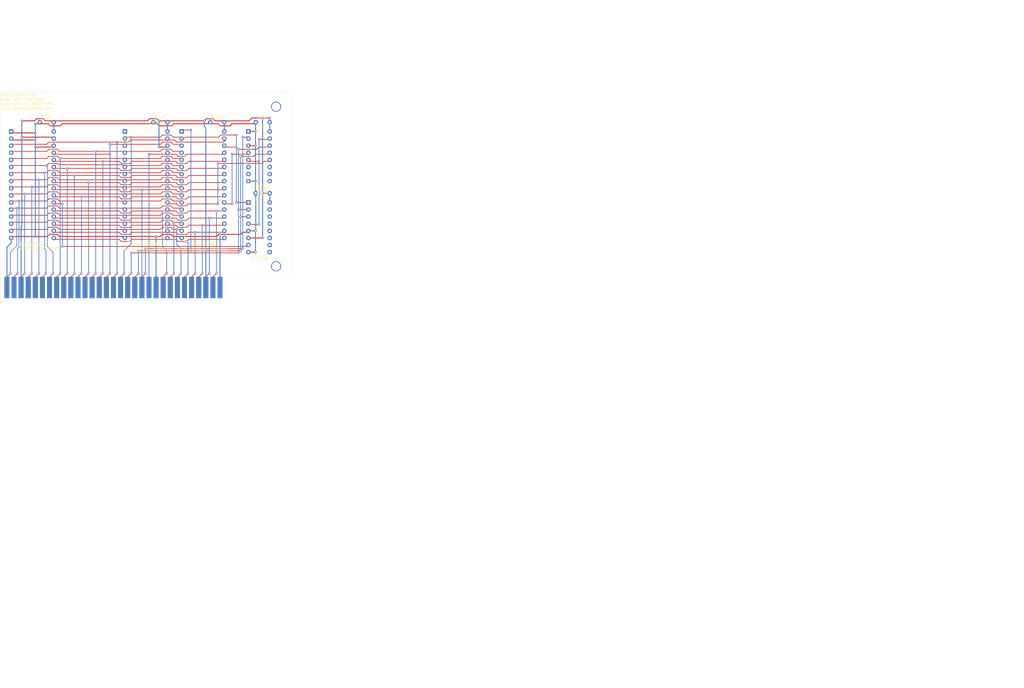
<source format=kicad_pcb>
(kicad_pcb (version 20171130) (host pcbnew "(5.1.8)-1")

  (general
    (thickness 1.6)
    (drawings 11)
    (tracks 767)
    (zones 0)
    (modules 15)
    (nets 78)
  )

  (page A4)
  (layers
    (0 F.Cu signal)
    (31 B.Cu signal)
    (32 B.Adhes user)
    (33 F.Adhes user)
    (34 B.Paste user)
    (35 F.Paste user)
    (36 B.SilkS user)
    (37 F.SilkS user)
    (38 B.Mask user)
    (39 F.Mask user)
    (40 Dwgs.User user)
    (41 Cmts.User user)
    (42 Eco1.User user)
    (43 Eco2.User user)
    (44 Edge.Cuts user)
    (45 Margin user)
    (46 B.CrtYd user)
    (47 F.CrtYd user)
    (48 B.Fab user)
    (49 F.Fab user)
  )

  (setup
    (last_trace_width 0.25)
    (trace_clearance 0.2)
    (zone_clearance 0.508)
    (zone_45_only no)
    (trace_min 0.2)
    (via_size 0.8)
    (via_drill 0.4)
    (via_min_size 0.4)
    (via_min_drill 0.3)
    (uvia_size 0.3)
    (uvia_drill 0.1)
    (uvias_allowed no)
    (uvia_min_size 0.2)
    (uvia_min_drill 0.1)
    (edge_width 0.05)
    (segment_width 0.2)
    (pcb_text_width 0.3)
    (pcb_text_size 1.5 1.5)
    (mod_edge_width 0.12)
    (mod_text_size 1 1)
    (mod_text_width 0.15)
    (pad_size 3.556 3.556)
    (pad_drill 3.048)
    (pad_to_mask_clearance 0)
    (aux_axis_origin 0 0)
    (grid_origin 161.53638 139.9286)
    (visible_elements 7FFFFFFF)
    (pcbplotparams
      (layerselection 0x010ec_ffffffff)
      (usegerberextensions false)
      (usegerberattributes false)
      (usegerberadvancedattributes true)
      (creategerberjobfile true)
      (excludeedgelayer true)
      (linewidth 0.100000)
      (plotframeref false)
      (viasonmask false)
      (mode 1)
      (useauxorigin false)
      (hpglpennumber 1)
      (hpglpenspeed 20)
      (hpglpendiameter 15.000000)
      (psnegative false)
      (psa4output false)
      (plotreference true)
      (plotvalue true)
      (plotinvisibletext false)
      (padsonsilk false)
      (subtractmaskfromsilk false)
      (outputformat 1)
      (mirror false)
      (drillshape 0)
      (scaleselection 1)
      (outputdirectory "Gerber/"))
  )

  (net 0 "")
  (net 1 /GND)
  (net 2 /IRQ2)
  (net 3 /5-)
  (net 4 /DRQ2)
  (net 5 /12-)
  (net 6 /12+)
  (net 7 /DACK3)
  (net 8 /DRQ3)
  (net 9 /DACK1)
  (net 10 /DRQ1)
  (net 11 /IRQ7)
  (net 12 /IRQ6)
  (net 13 /IRQ5)
  (net 14 /IRQ4)
  (net 15 /IRQ3)
  (net 16 /DACK2)
  (net 17 /TC)
  (net 18 /ALE)
  (net 19 /CH_CK)
  (net 20 /D7)
  (net 21 /D6)
  (net 22 /D5)
  (net 23 /D4)
  (net 24 /D3)
  (net 25 /D2)
  (net 26 /D1)
  (net 27 /D0)
  (net 28 /RDY1)
  (net 29 /AEN)
  (net 30 /A19)
  (net 31 /A18)
  (net 32 /A17)
  (net 33 /A16)
  (net 34 /A15)
  (net 35 /A14)
  (net 36 /A13)
  (net 37 /A12)
  (net 38 /A11)
  (net 39 /A10)
  (net 40 /A9)
  (net 41 /A8)
  (net 42 /A7)
  (net 43 /A6)
  (net 44 /A5)
  (net 45 /A4)
  (net 46 /A3)
  (net 47 /A2)
  (net 48 /A1)
  (net 49 /A0)
  (net 50 /RESOUT)
  (net 51 /MWR)
  (net 52 /MRD)
  (net 53 /IOWR)
  (net 54 /IORD)
  (net 55 /REFRQ)
  (net 56 /NC)
  (net 57 /OSC88)
  (net 58 /CLK88)
  (net 59 "Net-(U5-Pad11)")
  (net 60 "Net-(U5-Pad10)")
  (net 61 /512K_CS)
  (net 62 /UPPER_512K)
  (net 63 /128K_CS)
  (net 64 "Net-(U3-Pad1)")
  (net 65 "Net-(U5-Pad7)")
  (net 66 "Net-(U5-Pad6)")
  (net 67 "Net-(U5-Pad9)")
  (net 68 "Net-(U6-Pad15)")
  (net 69 "Net-(U6-Pad14)")
  (net 70 "Net-(U6-Pad13)")
  (net 71 "Net-(U6-Pad12)")
  (net 72 "Net-(U6-Pad11)")
  (net 73 "Net-(U6-Pad10)")
  (net 74 VCC)
  (net 75 GND)
  (net 76 /64K_ROM_CS)
  (net 77 "Net-(U6-Pad9)")

  (net_class Default "This is the default net class."
    (clearance 0.2)
    (trace_width 0.25)
    (via_dia 0.8)
    (via_drill 0.4)
    (uvia_dia 0.3)
    (uvia_drill 0.1)
    (add_net /12+)
    (add_net /12-)
    (add_net /128K_CS)
    (add_net /5-)
    (add_net /512K_CS)
    (add_net /64K_ROM_CS)
    (add_net /A0)
    (add_net /A1)
    (add_net /A10)
    (add_net /A11)
    (add_net /A12)
    (add_net /A13)
    (add_net /A14)
    (add_net /A15)
    (add_net /A16)
    (add_net /A17)
    (add_net /A18)
    (add_net /A19)
    (add_net /A2)
    (add_net /A3)
    (add_net /A4)
    (add_net /A5)
    (add_net /A6)
    (add_net /A7)
    (add_net /A8)
    (add_net /A9)
    (add_net /AEN)
    (add_net /ALE)
    (add_net /CH_CK)
    (add_net /CLK88)
    (add_net /D0)
    (add_net /D1)
    (add_net /D2)
    (add_net /D3)
    (add_net /D4)
    (add_net /D5)
    (add_net /D6)
    (add_net /D7)
    (add_net /DACK1)
    (add_net /DACK2)
    (add_net /DACK3)
    (add_net /DRQ1)
    (add_net /DRQ2)
    (add_net /DRQ3)
    (add_net /GND)
    (add_net /IORD)
    (add_net /IOWR)
    (add_net /IRQ2)
    (add_net /IRQ3)
    (add_net /IRQ4)
    (add_net /IRQ5)
    (add_net /IRQ6)
    (add_net /IRQ7)
    (add_net /MRD)
    (add_net /MWR)
    (add_net /NC)
    (add_net /OSC88)
    (add_net /RDY1)
    (add_net /REFRQ)
    (add_net /RESOUT)
    (add_net /TC)
    (add_net /UPPER_512K)
    (add_net GND)
    (add_net "Net-(U3-Pad1)")
    (add_net "Net-(U5-Pad10)")
    (add_net "Net-(U5-Pad11)")
    (add_net "Net-(U5-Pad6)")
    (add_net "Net-(U5-Pad7)")
    (add_net "Net-(U5-Pad9)")
    (add_net "Net-(U6-Pad10)")
    (add_net "Net-(U6-Pad11)")
    (add_net "Net-(U6-Pad12)")
    (add_net "Net-(U6-Pad13)")
    (add_net "Net-(U6-Pad14)")
    (add_net "Net-(U6-Pad15)")
    (add_net "Net-(U6-Pad9)")
    (add_net VCC)
  )

  (module Package_DIP:DIP-32_W15.24mm (layer F.Cu) (tedit 5A02E8C5) (tstamp 62DD73F1)
    (at 86.86038 73.8886)
    (descr "32-lead though-hole mounted DIP package, row spacing 15.24 mm (600 mils)")
    (tags "THT DIP DIL PDIP 2.54mm 15.24mm 600mil")
    (path /62DD667A)
    (fp_text reference U1 (at 7.62 -2.33) (layer F.SilkS) hide
      (effects (font (size 1 1) (thickness 0.15)))
    )
    (fp_text value SST39SFxxx (at 7.62 40.43) (layer F.SilkS)
      (effects (font (size 1 1) (thickness 0.15)))
    )
    (fp_text user %R (at 7.62 19.05) (layer F.Fab) hide
      (effects (font (size 1 1) (thickness 0.15)))
    )
    (fp_arc (start 7.62 -1.33) (end 6.62 -1.33) (angle -180) (layer F.SilkS) (width 0.12))
    (fp_line (start 1.255 -1.27) (end 14.985 -1.27) (layer F.Fab) (width 0.1))
    (fp_line (start 14.985 -1.27) (end 14.985 39.37) (layer F.Fab) (width 0.1))
    (fp_line (start 14.985 39.37) (end 0.255 39.37) (layer F.Fab) (width 0.1))
    (fp_line (start 0.255 39.37) (end 0.255 -0.27) (layer F.Fab) (width 0.1))
    (fp_line (start 0.255 -0.27) (end 1.255 -1.27) (layer F.Fab) (width 0.1))
    (fp_line (start 6.62 -1.33) (end 1.16 -1.33) (layer F.SilkS) (width 0.12))
    (fp_line (start 1.16 -1.33) (end 1.16 39.43) (layer F.SilkS) (width 0.12))
    (fp_line (start 1.16 39.43) (end 14.08 39.43) (layer F.SilkS) (width 0.12))
    (fp_line (start 14.08 39.43) (end 14.08 -1.33) (layer F.SilkS) (width 0.12))
    (fp_line (start 14.08 -1.33) (end 8.62 -1.33) (layer F.SilkS) (width 0.12))
    (fp_line (start -1.05 -1.55) (end -1.05 39.65) (layer F.CrtYd) (width 0.05))
    (fp_line (start -1.05 39.65) (end 16.3 39.65) (layer F.CrtYd) (width 0.05))
    (fp_line (start 16.3 39.65) (end 16.3 -1.55) (layer F.CrtYd) (width 0.05))
    (fp_line (start 16.3 -1.55) (end -1.05 -1.55) (layer F.CrtYd) (width 0.05))
    (pad 32 thru_hole oval (at 15.24 0) (size 1.6 1.6) (drill 0.8) (layers *.Cu *.Mask)
      (net 74 VCC))
    (pad 16 thru_hole oval (at 0 38.1) (size 1.6 1.6) (drill 0.8) (layers *.Cu *.Mask)
      (net 75 GND))
    (pad 31 thru_hole oval (at 15.24 2.54) (size 1.6 1.6) (drill 0.8) (layers *.Cu *.Mask)
      (net 74 VCC))
    (pad 15 thru_hole oval (at 0 35.56) (size 1.6 1.6) (drill 0.8) (layers *.Cu *.Mask)
      (net 25 /D2))
    (pad 30 thru_hole oval (at 15.24 5.08) (size 1.6 1.6) (drill 0.8) (layers *.Cu *.Mask)
      (net 75 GND))
    (pad 14 thru_hole oval (at 0 33.02) (size 1.6 1.6) (drill 0.8) (layers *.Cu *.Mask)
      (net 26 /D1))
    (pad 29 thru_hole oval (at 15.24 7.62) (size 1.6 1.6) (drill 0.8) (layers *.Cu *.Mask)
      (net 35 /A14))
    (pad 13 thru_hole oval (at 0 30.48) (size 1.6 1.6) (drill 0.8) (layers *.Cu *.Mask)
      (net 27 /D0))
    (pad 28 thru_hole oval (at 15.24 10.16) (size 1.6 1.6) (drill 0.8) (layers *.Cu *.Mask)
      (net 36 /A13))
    (pad 12 thru_hole oval (at 0 27.94) (size 1.6 1.6) (drill 0.8) (layers *.Cu *.Mask)
      (net 49 /A0))
    (pad 27 thru_hole oval (at 15.24 12.7) (size 1.6 1.6) (drill 0.8) (layers *.Cu *.Mask)
      (net 41 /A8))
    (pad 11 thru_hole oval (at 0 25.4) (size 1.6 1.6) (drill 0.8) (layers *.Cu *.Mask)
      (net 48 /A1))
    (pad 26 thru_hole oval (at 15.24 15.24) (size 1.6 1.6) (drill 0.8) (layers *.Cu *.Mask)
      (net 40 /A9))
    (pad 10 thru_hole oval (at 0 22.86) (size 1.6 1.6) (drill 0.8) (layers *.Cu *.Mask)
      (net 47 /A2))
    (pad 25 thru_hole oval (at 15.24 17.78) (size 1.6 1.6) (drill 0.8) (layers *.Cu *.Mask)
      (net 38 /A11))
    (pad 9 thru_hole oval (at 0 20.32) (size 1.6 1.6) (drill 0.8) (layers *.Cu *.Mask)
      (net 46 /A3))
    (pad 24 thru_hole oval (at 15.24 20.32) (size 1.6 1.6) (drill 0.8) (layers *.Cu *.Mask)
      (net 52 /MRD))
    (pad 8 thru_hole oval (at 0 17.78) (size 1.6 1.6) (drill 0.8) (layers *.Cu *.Mask)
      (net 45 /A4))
    (pad 23 thru_hole oval (at 15.24 22.86) (size 1.6 1.6) (drill 0.8) (layers *.Cu *.Mask)
      (net 39 /A10))
    (pad 7 thru_hole oval (at 0 15.24) (size 1.6 1.6) (drill 0.8) (layers *.Cu *.Mask)
      (net 44 /A5))
    (pad 22 thru_hole oval (at 15.24 25.4) (size 1.6 1.6) (drill 0.8) (layers *.Cu *.Mask)
      (net 76 /64K_ROM_CS))
    (pad 6 thru_hole oval (at 0 12.7) (size 1.6 1.6) (drill 0.8) (layers *.Cu *.Mask)
      (net 43 /A6))
    (pad 21 thru_hole oval (at 15.24 27.94) (size 1.6 1.6) (drill 0.8) (layers *.Cu *.Mask)
      (net 20 /D7))
    (pad 5 thru_hole oval (at 0 10.16) (size 1.6 1.6) (drill 0.8) (layers *.Cu *.Mask)
      (net 42 /A7))
    (pad 20 thru_hole oval (at 15.24 30.48) (size 1.6 1.6) (drill 0.8) (layers *.Cu *.Mask)
      (net 21 /D6))
    (pad 4 thru_hole oval (at 0 7.62) (size 1.6 1.6) (drill 0.8) (layers *.Cu *.Mask)
      (net 37 /A12))
    (pad 19 thru_hole oval (at 15.24 33.02) (size 1.6 1.6) (drill 0.8) (layers *.Cu *.Mask)
      (net 22 /D5))
    (pad 3 thru_hole oval (at 0 5.08) (size 1.6 1.6) (drill 0.8) (layers *.Cu *.Mask)
      (net 34 /A15))
    (pad 18 thru_hole oval (at 15.24 35.56) (size 1.6 1.6) (drill 0.8) (layers *.Cu *.Mask)
      (net 23 /D4))
    (pad 2 thru_hole oval (at 0 2.54) (size 1.6 1.6) (drill 0.8) (layers *.Cu *.Mask)
      (net 75 GND))
    (pad 17 thru_hole oval (at 15.24 38.1) (size 1.6 1.6) (drill 0.8) (layers *.Cu *.Mask)
      (net 24 /D3))
    (pad 1 thru_hole rect (at 0 0) (size 1.6 1.6) (drill 0.8) (layers *.Cu *.Mask)
      (net 75 GND))
    (model ${KISYS3DMOD}/Package_DIP.3dshapes/DIP-32_W15.24mm.wrl
      (at (xyz 0 0 0))
      (scale (xyz 1 1 1))
      (rotate (xyz 0 0 0))
    )
  )

  (module Capacitor_THT:C_Disc_D4.3mm_W1.9mm_P5.00mm (layer F.Cu) (tedit 5AE50EF0) (tstamp 62DD7289)
    (at 97.10038 70.5866)
    (descr "C, Disc series, Radial, pin pitch=5.00mm, , diameter*width=4.3*1.9mm^2, Capacitor, http://www.vishay.com/docs/45233/krseries.pdf")
    (tags "C Disc series Radial pin pitch 5.00mm  diameter 4.3mm width 1.9mm Capacitor")
    (path /6086EA25)
    (fp_text reference C1 (at 2.5 -2.2) (layer F.SilkS) hide
      (effects (font (size 1 1) (thickness 0.15)))
    )
    (fp_text value 0.1uF (at 2.5 -2.032) (layer F.SilkS)
      (effects (font (size 1 1) (thickness 0.15)))
    )
    (fp_text user %R (at 2.5 0) (layer F.Fab) hide
      (effects (font (size 0.86 0.86) (thickness 0.129)))
    )
    (fp_line (start 0.35 -0.95) (end 0.35 0.95) (layer F.Fab) (width 0.1))
    (fp_line (start 0.35 0.95) (end 4.65 0.95) (layer F.Fab) (width 0.1))
    (fp_line (start 4.65 0.95) (end 4.65 -0.95) (layer F.Fab) (width 0.1))
    (fp_line (start 4.65 -0.95) (end 0.35 -0.95) (layer F.Fab) (width 0.1))
    (fp_line (start 0.23 -1.07) (end 4.77 -1.07) (layer F.SilkS) (width 0.12))
    (fp_line (start 0.23 1.07) (end 4.77 1.07) (layer F.SilkS) (width 0.12))
    (fp_line (start 0.23 -1.07) (end 0.23 -1.055) (layer F.SilkS) (width 0.12))
    (fp_line (start 0.23 1.055) (end 0.23 1.07) (layer F.SilkS) (width 0.12))
    (fp_line (start 4.77 -1.07) (end 4.77 -1.055) (layer F.SilkS) (width 0.12))
    (fp_line (start 4.77 1.055) (end 4.77 1.07) (layer F.SilkS) (width 0.12))
    (fp_line (start -1.05 -1.2) (end -1.05 1.2) (layer F.CrtYd) (width 0.05))
    (fp_line (start -1.05 1.2) (end 6.05 1.2) (layer F.CrtYd) (width 0.05))
    (fp_line (start 6.05 1.2) (end 6.05 -1.2) (layer F.CrtYd) (width 0.05))
    (fp_line (start 6.05 -1.2) (end -1.05 -1.2) (layer F.CrtYd) (width 0.05))
    (pad 2 thru_hole circle (at 5 0) (size 1.6 1.6) (drill 0.8) (layers *.Cu *.Mask)
      (net 74 VCC))
    (pad 1 thru_hole circle (at 0 0) (size 1.6 1.6) (drill 0.8) (layers *.Cu *.Mask)
      (net 75 GND))
    (model ${KISYS3DMOD}/Capacitor_THT.3dshapes/C_Disc_D4.3mm_W1.9mm_P5.00mm.wrl
      (at (xyz 0 0 0))
      (scale (xyz 1 1 1))
      (rotate (xyz 0 0 0))
    )
  )

  (module Package_DIP:DIP-32_W15.24mm (layer F.Cu) (tedit 5A02E8C5) (tstamp 622FBB14)
    (at 127.50038 73.8886)
    (descr "32-lead though-hole mounted DIP package, row spacing 15.24 mm (600 mils)")
    (tags "THT DIP DIL PDIP 2.54mm 15.24mm 600mil")
    (path /622F9A5A)
    (fp_text reference U3 (at 7.62 -2.33) (layer F.SilkS) hide
      (effects (font (size 1 1) (thickness 0.15)))
    )
    (fp_text value AS6C1008 (at 7.62 40.43) (layer F.SilkS)
      (effects (font (size 1 1) (thickness 0.15)))
    )
    (fp_line (start 16.3 -1.55) (end -1.05 -1.55) (layer F.CrtYd) (width 0.05))
    (fp_line (start 16.3 39.65) (end 16.3 -1.55) (layer F.CrtYd) (width 0.05))
    (fp_line (start -1.05 39.65) (end 16.3 39.65) (layer F.CrtYd) (width 0.05))
    (fp_line (start -1.05 -1.55) (end -1.05 39.65) (layer F.CrtYd) (width 0.05))
    (fp_line (start 14.08 -1.33) (end 8.62 -1.33) (layer F.SilkS) (width 0.12))
    (fp_line (start 14.08 39.43) (end 14.08 -1.33) (layer F.SilkS) (width 0.12))
    (fp_line (start 1.16 39.43) (end 14.08 39.43) (layer F.SilkS) (width 0.12))
    (fp_line (start 1.16 -1.33) (end 1.16 39.43) (layer F.SilkS) (width 0.12))
    (fp_line (start 6.62 -1.33) (end 1.16 -1.33) (layer F.SilkS) (width 0.12))
    (fp_line (start 0.255 -0.27) (end 1.255 -1.27) (layer F.Fab) (width 0.1))
    (fp_line (start 0.255 39.37) (end 0.255 -0.27) (layer F.Fab) (width 0.1))
    (fp_line (start 14.985 39.37) (end 0.255 39.37) (layer F.Fab) (width 0.1))
    (fp_line (start 14.985 -1.27) (end 14.985 39.37) (layer F.Fab) (width 0.1))
    (fp_line (start 1.255 -1.27) (end 14.985 -1.27) (layer F.Fab) (width 0.1))
    (fp_text user %R (at 7.62 19.05) (layer F.Fab) hide
      (effects (font (size 1 1) (thickness 0.15)))
    )
    (fp_arc (start 7.62 -1.33) (end 6.62 -1.33) (angle -180) (layer F.SilkS) (width 0.12))
    (pad 32 thru_hole oval (at 15.24 0) (size 1.6 1.6) (drill 0.8) (layers *.Cu *.Mask)
      (net 74 VCC))
    (pad 16 thru_hole oval (at 0 38.1) (size 1.6 1.6) (drill 0.8) (layers *.Cu *.Mask)
      (net 75 GND))
    (pad 31 thru_hole oval (at 15.24 2.54) (size 1.6 1.6) (drill 0.8) (layers *.Cu *.Mask)
      (net 34 /A15))
    (pad 15 thru_hole oval (at 0 35.56) (size 1.6 1.6) (drill 0.8) (layers *.Cu *.Mask)
      (net 25 /D2))
    (pad 30 thru_hole oval (at 15.24 5.08) (size 1.6 1.6) (drill 0.8) (layers *.Cu *.Mask)
      (net 74 VCC))
    (pad 14 thru_hole oval (at 0 33.02) (size 1.6 1.6) (drill 0.8) (layers *.Cu *.Mask)
      (net 26 /D1))
    (pad 29 thru_hole oval (at 15.24 7.62) (size 1.6 1.6) (drill 0.8) (layers *.Cu *.Mask)
      (net 51 /MWR))
    (pad 13 thru_hole oval (at 0 30.48) (size 1.6 1.6) (drill 0.8) (layers *.Cu *.Mask)
      (net 27 /D0))
    (pad 28 thru_hole oval (at 15.24 10.16) (size 1.6 1.6) (drill 0.8) (layers *.Cu *.Mask)
      (net 36 /A13))
    (pad 12 thru_hole oval (at 0 27.94) (size 1.6 1.6) (drill 0.8) (layers *.Cu *.Mask)
      (net 49 /A0))
    (pad 27 thru_hole oval (at 15.24 12.7) (size 1.6 1.6) (drill 0.8) (layers *.Cu *.Mask)
      (net 41 /A8))
    (pad 11 thru_hole oval (at 0 25.4) (size 1.6 1.6) (drill 0.8) (layers *.Cu *.Mask)
      (net 48 /A1))
    (pad 26 thru_hole oval (at 15.24 15.24) (size 1.6 1.6) (drill 0.8) (layers *.Cu *.Mask)
      (net 40 /A9))
    (pad 10 thru_hole oval (at 0 22.86) (size 1.6 1.6) (drill 0.8) (layers *.Cu *.Mask)
      (net 47 /A2))
    (pad 25 thru_hole oval (at 15.24 17.78) (size 1.6 1.6) (drill 0.8) (layers *.Cu *.Mask)
      (net 38 /A11))
    (pad 9 thru_hole oval (at 0 20.32) (size 1.6 1.6) (drill 0.8) (layers *.Cu *.Mask)
      (net 46 /A3))
    (pad 24 thru_hole oval (at 15.24 20.32) (size 1.6 1.6) (drill 0.8) (layers *.Cu *.Mask)
      (net 52 /MRD))
    (pad 8 thru_hole oval (at 0 17.78) (size 1.6 1.6) (drill 0.8) (layers *.Cu *.Mask)
      (net 45 /A4))
    (pad 23 thru_hole oval (at 15.24 22.86) (size 1.6 1.6) (drill 0.8) (layers *.Cu *.Mask)
      (net 39 /A10))
    (pad 7 thru_hole oval (at 0 15.24) (size 1.6 1.6) (drill 0.8) (layers *.Cu *.Mask)
      (net 44 /A5))
    (pad 22 thru_hole oval (at 15.24 25.4) (size 1.6 1.6) (drill 0.8) (layers *.Cu *.Mask)
      (net 63 /128K_CS))
    (pad 6 thru_hole oval (at 0 12.7) (size 1.6 1.6) (drill 0.8) (layers *.Cu *.Mask)
      (net 43 /A6))
    (pad 21 thru_hole oval (at 15.24 27.94) (size 1.6 1.6) (drill 0.8) (layers *.Cu *.Mask)
      (net 20 /D7))
    (pad 5 thru_hole oval (at 0 10.16) (size 1.6 1.6) (drill 0.8) (layers *.Cu *.Mask)
      (net 42 /A7))
    (pad 20 thru_hole oval (at 15.24 30.48) (size 1.6 1.6) (drill 0.8) (layers *.Cu *.Mask)
      (net 21 /D6))
    (pad 4 thru_hole oval (at 0 7.62) (size 1.6 1.6) (drill 0.8) (layers *.Cu *.Mask)
      (net 37 /A12))
    (pad 19 thru_hole oval (at 15.24 33.02) (size 1.6 1.6) (drill 0.8) (layers *.Cu *.Mask)
      (net 22 /D5))
    (pad 3 thru_hole oval (at 0 5.08) (size 1.6 1.6) (drill 0.8) (layers *.Cu *.Mask)
      (net 35 /A14))
    (pad 18 thru_hole oval (at 15.24 35.56) (size 1.6 1.6) (drill 0.8) (layers *.Cu *.Mask)
      (net 23 /D4))
    (pad 2 thru_hole oval (at 0 2.54) (size 1.6 1.6) (drill 0.8) (layers *.Cu *.Mask)
      (net 33 /A16))
    (pad 17 thru_hole oval (at 15.24 38.1) (size 1.6 1.6) (drill 0.8) (layers *.Cu *.Mask)
      (net 24 /D3))
    (pad 1 thru_hole rect (at 0 0) (size 1.6 1.6) (drill 0.8) (layers *.Cu *.Mask)
      (net 64 "Net-(U3-Pad1)"))
    (model ${KISYS3DMOD}/Package_DIP.3dshapes/DIP-32_W15.24mm.wrl
      (at (xyz 0 0 0))
      (scale (xyz 1 1 1))
      (rotate (xyz 0 0 0))
    )
  )

  (module Package_DIP:DIP-32_W15.24mm (layer F.Cu) (tedit 5A02E8C5) (tstamp 622FBA54)
    (at 147.82038 73.8886)
    (descr "32-lead though-hole mounted DIP package, row spacing 15.24 mm (600 mils)")
    (tags "THT DIP DIL PDIP 2.54mm 15.24mm 600mil")
    (path /6106DB5F)
    (fp_text reference U4 (at 7.62 -2.33) (layer F.SilkS) hide
      (effects (font (size 1 1) (thickness 0.15)))
    )
    (fp_text value AS6C4008 (at 7.62 40.43) (layer F.SilkS)
      (effects (font (size 1 1) (thickness 0.15)))
    )
    (fp_line (start 16.3 -1.55) (end -1.05 -1.55) (layer F.CrtYd) (width 0.05))
    (fp_line (start 16.3 39.65) (end 16.3 -1.55) (layer F.CrtYd) (width 0.05))
    (fp_line (start -1.05 39.65) (end 16.3 39.65) (layer F.CrtYd) (width 0.05))
    (fp_line (start -1.05 -1.55) (end -1.05 39.65) (layer F.CrtYd) (width 0.05))
    (fp_line (start 14.08 -1.33) (end 8.62 -1.33) (layer F.SilkS) (width 0.12))
    (fp_line (start 14.08 39.43) (end 14.08 -1.33) (layer F.SilkS) (width 0.12))
    (fp_line (start 1.16 39.43) (end 14.08 39.43) (layer F.SilkS) (width 0.12))
    (fp_line (start 1.16 -1.33) (end 1.16 39.43) (layer F.SilkS) (width 0.12))
    (fp_line (start 6.62 -1.33) (end 1.16 -1.33) (layer F.SilkS) (width 0.12))
    (fp_line (start 0.255 -0.27) (end 1.255 -1.27) (layer F.Fab) (width 0.1))
    (fp_line (start 0.255 39.37) (end 0.255 -0.27) (layer F.Fab) (width 0.1))
    (fp_line (start 14.985 39.37) (end 0.255 39.37) (layer F.Fab) (width 0.1))
    (fp_line (start 14.985 -1.27) (end 14.985 39.37) (layer F.Fab) (width 0.1))
    (fp_line (start 1.255 -1.27) (end 14.985 -1.27) (layer F.Fab) (width 0.1))
    (fp_text user %R (at 7.62 19.05) (layer F.Fab) hide
      (effects (font (size 1 1) (thickness 0.15)))
    )
    (fp_arc (start 7.62 -1.33) (end 6.62 -1.33) (angle -180) (layer F.SilkS) (width 0.12))
    (pad 32 thru_hole oval (at 15.24 0) (size 1.6 1.6) (drill 0.8) (layers *.Cu *.Mask)
      (net 74 VCC))
    (pad 16 thru_hole oval (at 0 38.1) (size 1.6 1.6) (drill 0.8) (layers *.Cu *.Mask)
      (net 75 GND))
    (pad 31 thru_hole oval (at 15.24 2.54) (size 1.6 1.6) (drill 0.8) (layers *.Cu *.Mask)
      (net 34 /A15))
    (pad 15 thru_hole oval (at 0 35.56) (size 1.6 1.6) (drill 0.8) (layers *.Cu *.Mask)
      (net 25 /D2))
    (pad 30 thru_hole oval (at 15.24 5.08) (size 1.6 1.6) (drill 0.8) (layers *.Cu *.Mask)
      (net 32 /A17))
    (pad 14 thru_hole oval (at 0 33.02) (size 1.6 1.6) (drill 0.8) (layers *.Cu *.Mask)
      (net 26 /D1))
    (pad 29 thru_hole oval (at 15.24 7.62) (size 1.6 1.6) (drill 0.8) (layers *.Cu *.Mask)
      (net 51 /MWR))
    (pad 13 thru_hole oval (at 0 30.48) (size 1.6 1.6) (drill 0.8) (layers *.Cu *.Mask)
      (net 27 /D0))
    (pad 28 thru_hole oval (at 15.24 10.16) (size 1.6 1.6) (drill 0.8) (layers *.Cu *.Mask)
      (net 36 /A13))
    (pad 12 thru_hole oval (at 0 27.94) (size 1.6 1.6) (drill 0.8) (layers *.Cu *.Mask)
      (net 49 /A0))
    (pad 27 thru_hole oval (at 15.24 12.7) (size 1.6 1.6) (drill 0.8) (layers *.Cu *.Mask)
      (net 41 /A8))
    (pad 11 thru_hole oval (at 0 25.4) (size 1.6 1.6) (drill 0.8) (layers *.Cu *.Mask)
      (net 48 /A1))
    (pad 26 thru_hole oval (at 15.24 15.24) (size 1.6 1.6) (drill 0.8) (layers *.Cu *.Mask)
      (net 40 /A9))
    (pad 10 thru_hole oval (at 0 22.86) (size 1.6 1.6) (drill 0.8) (layers *.Cu *.Mask)
      (net 47 /A2))
    (pad 25 thru_hole oval (at 15.24 17.78) (size 1.6 1.6) (drill 0.8) (layers *.Cu *.Mask)
      (net 38 /A11))
    (pad 9 thru_hole oval (at 0 20.32) (size 1.6 1.6) (drill 0.8) (layers *.Cu *.Mask)
      (net 46 /A3))
    (pad 24 thru_hole oval (at 15.24 20.32) (size 1.6 1.6) (drill 0.8) (layers *.Cu *.Mask)
      (net 52 /MRD))
    (pad 8 thru_hole oval (at 0 17.78) (size 1.6 1.6) (drill 0.8) (layers *.Cu *.Mask)
      (net 45 /A4))
    (pad 23 thru_hole oval (at 15.24 22.86) (size 1.6 1.6) (drill 0.8) (layers *.Cu *.Mask)
      (net 39 /A10))
    (pad 7 thru_hole oval (at 0 15.24) (size 1.6 1.6) (drill 0.8) (layers *.Cu *.Mask)
      (net 44 /A5))
    (pad 22 thru_hole oval (at 15.24 25.4) (size 1.6 1.6) (drill 0.8) (layers *.Cu *.Mask)
      (net 61 /512K_CS))
    (pad 6 thru_hole oval (at 0 12.7) (size 1.6 1.6) (drill 0.8) (layers *.Cu *.Mask)
      (net 43 /A6))
    (pad 21 thru_hole oval (at 15.24 27.94) (size 1.6 1.6) (drill 0.8) (layers *.Cu *.Mask)
      (net 20 /D7))
    (pad 5 thru_hole oval (at 0 10.16) (size 1.6 1.6) (drill 0.8) (layers *.Cu *.Mask)
      (net 42 /A7))
    (pad 20 thru_hole oval (at 15.24 30.48) (size 1.6 1.6) (drill 0.8) (layers *.Cu *.Mask)
      (net 21 /D6))
    (pad 4 thru_hole oval (at 0 7.62) (size 1.6 1.6) (drill 0.8) (layers *.Cu *.Mask)
      (net 37 /A12))
    (pad 19 thru_hole oval (at 15.24 33.02) (size 1.6 1.6) (drill 0.8) (layers *.Cu *.Mask)
      (net 22 /D5))
    (pad 3 thru_hole oval (at 0 5.08) (size 1.6 1.6) (drill 0.8) (layers *.Cu *.Mask)
      (net 35 /A14))
    (pad 18 thru_hole oval (at 15.24 35.56) (size 1.6 1.6) (drill 0.8) (layers *.Cu *.Mask)
      (net 23 /D4))
    (pad 2 thru_hole oval (at 0 2.54) (size 1.6 1.6) (drill 0.8) (layers *.Cu *.Mask)
      (net 33 /A16))
    (pad 17 thru_hole oval (at 15.24 38.1) (size 1.6 1.6) (drill 0.8) (layers *.Cu *.Mask)
      (net 24 /D3))
    (pad 1 thru_hole rect (at 0 0) (size 1.6 1.6) (drill 0.8) (layers *.Cu *.Mask)
      (net 31 /A18))
    (model ${KISYS3DMOD}/Package_DIP.3dshapes/DIP-32_W15.24mm.wrl
      (at (xyz 0 0 0))
      (scale (xyz 1 1 1))
      (rotate (xyz 0 0 0))
    )
  )

  (module Capacitor_THT:C_Disc_D4.3mm_W1.9mm_P5.00mm (layer F.Cu) (tedit 5AE50EF0) (tstamp 622FB92C)
    (at 174.31638 95.9866)
    (descr "C, Disc series, Radial, pin pitch=5.00mm, , diameter*width=4.3*1.9mm^2, Capacitor, http://www.vishay.com/docs/45233/krseries.pdf")
    (tags "C Disc series Radial pin pitch 5.00mm  diameter 4.3mm width 1.9mm Capacitor")
    (path /622FCCE5)
    (fp_text reference C6 (at 2.5 -2.2) (layer F.SilkS) hide
      (effects (font (size 1 1) (thickness 0.15)))
    )
    (fp_text value 0.1uF (at 2.5 0) (layer F.SilkS)
      (effects (font (size 1 1) (thickness 0.15)))
    )
    (fp_line (start 6.05 -1.2) (end -1.05 -1.2) (layer F.CrtYd) (width 0.05))
    (fp_line (start 6.05 1.2) (end 6.05 -1.2) (layer F.CrtYd) (width 0.05))
    (fp_line (start -1.05 1.2) (end 6.05 1.2) (layer F.CrtYd) (width 0.05))
    (fp_line (start -1.05 -1.2) (end -1.05 1.2) (layer F.CrtYd) (width 0.05))
    (fp_line (start 4.77 1.055) (end 4.77 1.07) (layer F.SilkS) (width 0.12))
    (fp_line (start 4.77 -1.07) (end 4.77 -1.055) (layer F.SilkS) (width 0.12))
    (fp_line (start 0.23 1.055) (end 0.23 1.07) (layer F.SilkS) (width 0.12))
    (fp_line (start 0.23 -1.07) (end 0.23 -1.055) (layer F.SilkS) (width 0.12))
    (fp_line (start 0.23 1.07) (end 4.77 1.07) (layer F.SilkS) (width 0.12))
    (fp_line (start 0.23 -1.07) (end 4.77 -1.07) (layer F.SilkS) (width 0.12))
    (fp_line (start 4.65 -0.95) (end 0.35 -0.95) (layer F.Fab) (width 0.1))
    (fp_line (start 4.65 0.95) (end 4.65 -0.95) (layer F.Fab) (width 0.1))
    (fp_line (start 0.35 0.95) (end 4.65 0.95) (layer F.Fab) (width 0.1))
    (fp_line (start 0.35 -0.95) (end 0.35 0.95) (layer F.Fab) (width 0.1))
    (fp_text user %R (at 2.5 0) (layer F.Fab) hide
      (effects (font (size 0.86 0.86) (thickness 0.129)))
    )
    (pad 2 thru_hole circle (at 5 0) (size 1.6 1.6) (drill 0.8) (layers *.Cu *.Mask)
      (net 74 VCC))
    (pad 1 thru_hole circle (at 0 0) (size 1.6 1.6) (drill 0.8) (layers *.Cu *.Mask)
      (net 75 GND))
    (model ${KISYS3DMOD}/Capacitor_THT.3dshapes/C_Disc_D4.3mm_W1.9mm_P5.00mm.wrl
      (at (xyz 0 0 0))
      (scale (xyz 1 1 1))
      (rotate (xyz 0 0 0))
    )
  )

  (module Capacitor_THT:C_Disc_D4.3mm_W1.9mm_P5.00mm (layer F.Cu) (tedit 5AE50EF0) (tstamp 622FB8C7)
    (at 137.74038 70.5866)
    (descr "C, Disc series, Radial, pin pitch=5.00mm, , diameter*width=4.3*1.9mm^2, Capacitor, http://www.vishay.com/docs/45233/krseries.pdf")
    (tags "C Disc series Radial pin pitch 5.00mm  diameter 4.3mm width 1.9mm Capacitor")
    (path /61060B29)
    (fp_text reference C3 (at 2.5 -2.2) (layer F.SilkS) hide
      (effects (font (size 1 1) (thickness 0.15)))
    )
    (fp_text value 0.1uF (at 2.46 -2.032) (layer F.SilkS)
      (effects (font (size 1 1) (thickness 0.15)))
    )
    (fp_line (start 6.05 -1.2) (end -1.05 -1.2) (layer F.CrtYd) (width 0.05))
    (fp_line (start 6.05 1.2) (end 6.05 -1.2) (layer F.CrtYd) (width 0.05))
    (fp_line (start -1.05 1.2) (end 6.05 1.2) (layer F.CrtYd) (width 0.05))
    (fp_line (start -1.05 -1.2) (end -1.05 1.2) (layer F.CrtYd) (width 0.05))
    (fp_line (start 4.77 1.055) (end 4.77 1.07) (layer F.SilkS) (width 0.12))
    (fp_line (start 4.77 -1.07) (end 4.77 -1.055) (layer F.SilkS) (width 0.12))
    (fp_line (start 0.23 1.055) (end 0.23 1.07) (layer F.SilkS) (width 0.12))
    (fp_line (start 0.23 -1.07) (end 0.23 -1.055) (layer F.SilkS) (width 0.12))
    (fp_line (start 0.23 1.07) (end 4.77 1.07) (layer F.SilkS) (width 0.12))
    (fp_line (start 0.23 -1.07) (end 4.77 -1.07) (layer F.SilkS) (width 0.12))
    (fp_line (start 4.65 -0.95) (end 0.35 -0.95) (layer F.Fab) (width 0.1))
    (fp_line (start 4.65 0.95) (end 4.65 -0.95) (layer F.Fab) (width 0.1))
    (fp_line (start 0.35 0.95) (end 4.65 0.95) (layer F.Fab) (width 0.1))
    (fp_line (start 0.35 -0.95) (end 0.35 0.95) (layer F.Fab) (width 0.1))
    (fp_text user %R (at 2.5 0) (layer F.Fab) hide
      (effects (font (size 0.86 0.86) (thickness 0.129)))
    )
    (pad 2 thru_hole circle (at 5 0) (size 1.6 1.6) (drill 0.8) (layers *.Cu *.Mask)
      (net 74 VCC))
    (pad 1 thru_hole circle (at 0 0) (size 1.6 1.6) (drill 0.8) (layers *.Cu *.Mask)
      (net 75 GND))
    (model ${KISYS3DMOD}/Capacitor_THT.3dshapes/C_Disc_D4.3mm_W1.9mm_P5.00mm.wrl
      (at (xyz 0 0 0))
      (scale (xyz 1 1 1))
      (rotate (xyz 0 0 0))
    )
  )

  (module My:BUS_8_BIT (layer F.Cu) (tedit 5FD96B49) (tstamp 6105B733)
    (at 161.53638 125.9586 270)
    (descr "AT ISA 16 bits Bus Edge Connector")
    (tags "BUS ISA AT Edge connector")
    (path /6082C528)
    (attr virtual)
    (fp_text reference J9 (at -3.556 45.339) (layer F.SilkS) hide
      (effects (font (size 1 1) (thickness 0.15)))
    )
    (fp_text value Bus_ISA_8bit (at -1.524 45.593) (layer F.Fab) hide
      (effects (font (size 1 1) (thickness 0.15)))
    )
    (fp_line (start -2.921 -20.066) (end -2.921 -25.4) (layer F.Fab) (width 0.12))
    (fp_line (start -99.06 -25.4) (end -99.06 78.613) (layer F.Fab) (width 0.12))
    (fp_line (start 0 -25.4) (end -99.06 -25.4) (layer F.Fab) (width 0.12))
    (fp_line (start 0 -2.413) (end 0 -25.4) (layer F.Fab) (width 0.12))
    (fp_line (start 0 -2.413) (end 7.62 -2.413) (layer F.Fab) (width 0.12))
    (fp_line (start 0 78.613) (end 7.62 78.613) (layer F.Fab) (width 0.12))
    (fp_line (start 7.62 78.486) (end 7.62 78.613) (layer F.Fab) (width 0.12))
    (fp_line (start 7.62 -2.413) (end 7.62 78.486) (layer F.Fab) (width 0.12))
    (fp_text user %R (at 3.175 64.77) (layer F.Fab) hide
      (effects (font (size 1 1) (thickness 0.15)))
    )
    (pad 62 connect rect (at 3.81 76.2) (size 1.78 7.62) (layers F.Cu F.Mask)
      (net 49 /A0))
    (pad 61 connect rect (at 3.81 73.66) (size 1.78 7.62) (layers F.Cu F.Mask)
      (net 48 /A1))
    (pad 60 connect rect (at 3.81 71.12) (size 1.78 7.62) (layers F.Cu F.Mask)
      (net 47 /A2))
    (pad 59 connect rect (at 3.81 68.58) (size 1.78 7.62) (layers F.Cu F.Mask)
      (net 46 /A3))
    (pad 58 connect rect (at 3.81 66.04) (size 1.78 7.62) (layers F.Cu F.Mask)
      (net 45 /A4))
    (pad 57 connect rect (at 3.81 63.5) (size 1.78 7.62) (layers F.Cu F.Mask)
      (net 44 /A5))
    (pad 56 connect rect (at 3.81 60.96) (size 1.78 7.62) (layers F.Cu F.Mask)
      (net 43 /A6))
    (pad 55 connect rect (at 3.81 58.42) (size 1.78 7.62) (layers F.Cu F.Mask)
      (net 42 /A7))
    (pad 54 connect rect (at 3.81 55.88) (size 1.78 7.62) (layers F.Cu F.Mask)
      (net 41 /A8))
    (pad 53 connect rect (at 3.81 53.34) (size 1.78 7.62) (layers F.Cu F.Mask)
      (net 40 /A9))
    (pad 52 connect rect (at 3.81 50.8) (size 1.78 7.62) (layers F.Cu F.Mask)
      (net 39 /A10))
    (pad 51 connect rect (at 3.81 48.26) (size 1.78 7.62) (layers F.Cu F.Mask)
      (net 38 /A11))
    (pad 50 connect rect (at 3.81 45.72) (size 1.78 7.62) (layers F.Cu F.Mask)
      (net 37 /A12))
    (pad 49 connect rect (at 3.81 43.18) (size 1.78 7.62) (layers F.Cu F.Mask)
      (net 36 /A13))
    (pad 48 connect rect (at 3.81 40.64) (size 1.78 7.62) (layers F.Cu F.Mask)
      (net 35 /A14))
    (pad 47 connect rect (at 3.81 38.1) (size 1.78 7.62) (layers F.Cu F.Mask)
      (net 34 /A15))
    (pad 46 connect rect (at 3.81 35.56) (size 1.78 7.62) (layers F.Cu F.Mask)
      (net 33 /A16))
    (pad 45 connect rect (at 3.81 33.02) (size 1.78 7.62) (layers F.Cu F.Mask)
      (net 32 /A17))
    (pad 44 connect rect (at 3.81 30.48) (size 1.78 7.62) (layers F.Cu F.Mask)
      (net 31 /A18))
    (pad 43 connect rect (at 3.81 27.94) (size 1.78 7.62) (layers F.Cu F.Mask)
      (net 30 /A19))
    (pad 42 connect rect (at 3.81 25.4) (size 1.78 7.62) (layers F.Cu F.Mask)
      (net 29 /AEN))
    (pad 41 connect rect (at 3.81 22.86) (size 1.78 7.62) (layers F.Cu F.Mask)
      (net 28 /RDY1))
    (pad 40 connect rect (at 3.81 20.32) (size 1.78 7.62) (layers F.Cu F.Mask)
      (net 27 /D0))
    (pad 39 connect rect (at 3.81 17.78) (size 1.78 7.62) (layers F.Cu F.Mask)
      (net 26 /D1))
    (pad 38 connect rect (at 3.81 15.24) (size 1.78 7.62) (layers F.Cu F.Mask)
      (net 25 /D2))
    (pad 37 connect rect (at 3.81 12.7) (size 1.78 7.62) (layers F.Cu F.Mask)
      (net 24 /D3))
    (pad 36 connect rect (at 3.81 10.16) (size 1.78 7.62) (layers F.Cu F.Mask)
      (net 23 /D4))
    (pad 35 connect rect (at 3.81 7.62) (size 1.78 7.62) (layers F.Cu F.Mask)
      (net 22 /D5))
    (pad 34 connect rect (at 3.81 5.08) (size 1.78 7.62) (layers F.Cu F.Mask)
      (net 21 /D6))
    (pad 33 connect rect (at 3.81 2.54) (size 1.78 7.62) (layers F.Cu F.Mask)
      (net 20 /D7))
    (pad 32 connect rect (at 3.81 0) (size 1.78 7.62) (layers F.Cu F.Mask)
      (net 19 /CH_CK))
    (pad 31 connect rect (at 3.81 76.2) (size 1.78 7.62) (layers B.Cu B.Mask)
      (net 75 GND))
    (pad 30 connect rect (at 3.81 73.66) (size 1.78 7.62) (layers B.Cu B.Mask)
      (net 57 /OSC88))
    (pad 29 connect rect (at 3.81 71.12) (size 1.78 7.62) (layers B.Cu B.Mask)
      (net 74 VCC))
    (pad 28 connect rect (at 3.81 68.58) (size 1.78 7.62) (layers B.Cu B.Mask)
      (net 18 /ALE))
    (pad 27 connect rect (at 3.81 66.04) (size 1.78 7.62) (layers B.Cu B.Mask)
      (net 17 /TC))
    (pad 26 connect rect (at 3.81 63.5) (size 1.78 7.62) (layers B.Cu B.Mask)
      (net 16 /DACK2))
    (pad 25 connect rect (at 3.81 60.96) (size 1.78 7.62) (layers B.Cu B.Mask)
      (net 15 /IRQ3))
    (pad 24 connect rect (at 3.81 58.42) (size 1.78 7.62) (layers B.Cu B.Mask)
      (net 14 /IRQ4))
    (pad 23 connect rect (at 3.81 55.88) (size 1.78 7.62) (layers B.Cu B.Mask)
      (net 13 /IRQ5))
    (pad 22 connect rect (at 3.81 53.34) (size 1.78 7.62) (layers B.Cu B.Mask)
      (net 12 /IRQ6))
    (pad 21 connect rect (at 3.81 50.8) (size 1.78 7.62) (layers B.Cu B.Mask)
      (net 11 /IRQ7))
    (pad 20 connect rect (at 3.81 48.26) (size 1.78 7.62) (layers B.Cu B.Mask)
      (net 58 /CLK88))
    (pad 19 connect rect (at 3.81 45.72) (size 1.78 7.62) (layers B.Cu B.Mask)
      (net 55 /REFRQ))
    (pad 18 connect rect (at 3.81 43.18) (size 1.78 7.62) (layers B.Cu B.Mask)
      (net 10 /DRQ1))
    (pad 17 connect rect (at 3.81 40.64) (size 1.78 7.62) (layers B.Cu B.Mask)
      (net 9 /DACK1))
    (pad 16 connect rect (at 3.81 38.1) (size 1.78 7.62) (layers B.Cu B.Mask)
      (net 8 /DRQ3))
    (pad 15 connect rect (at 3.81 35.56) (size 1.78 7.62) (layers B.Cu B.Mask)
      (net 7 /DACK3))
    (pad 14 connect rect (at 3.81 33.02) (size 1.78 7.62) (layers B.Cu B.Mask)
      (net 54 /IORD))
    (pad 13 connect rect (at 3.81 30.48) (size 1.78 7.62) (layers B.Cu B.Mask)
      (net 53 /IOWR))
    (pad 12 connect rect (at 3.81 27.94) (size 1.78 7.62) (layers B.Cu B.Mask)
      (net 52 /MRD))
    (pad 11 connect rect (at 3.81 25.4) (size 1.78 7.62) (layers B.Cu B.Mask)
      (net 51 /MWR))
    (pad 10 connect rect (at 3.81 22.86) (size 1.78 7.62) (layers B.Cu B.Mask)
      (net 75 GND))
    (pad 9 connect rect (at 3.81 20.32) (size 1.78 7.62) (layers B.Cu B.Mask)
      (net 6 /12+))
    (pad 8 connect rect (at 3.81 17.78) (size 1.78 7.62) (layers B.Cu B.Mask)
      (net 56 /NC))
    (pad 7 connect rect (at 3.81 15.24) (size 1.78 7.62) (layers B.Cu B.Mask)
      (net 5 /12-))
    (pad 6 connect rect (at 3.81 12.7) (size 1.78 7.62) (layers B.Cu B.Mask)
      (net 4 /DRQ2))
    (pad 5 connect rect (at 3.81 10.16) (size 1.78 7.62) (layers B.Cu B.Mask)
      (net 3 /5-))
    (pad 4 connect rect (at 3.81 7.62) (size 1.78 7.62) (layers B.Cu B.Mask)
      (net 2 /IRQ2))
    (pad 3 connect rect (at 3.81 5.08) (size 1.78 7.62) (layers B.Cu B.Mask)
      (net 74 VCC))
    (pad 2 connect rect (at 3.81 2.54) (size 1.78 7.62) (layers B.Cu B.Mask)
      (net 50 /RESOUT))
    (pad 1 connect rect (at 3.81 0) (size 1.78 7.62) (layers B.Cu B.Mask)
      (net 75 GND))
  )

  (module Motherboard:Large_Via (layer F.Cu) (tedit 6105B4E6) (tstamp 6105B642)
    (at 181.60238 122.1486)
    (fp_text reference R (at 0 0) (layer Dwgs.User) hide
      (effects (font (size 1 1) (thickness 0.15)))
    )
    (fp_text value L (at 0 0) (layer F.Fab) hide
      (effects (font (size 1 1) (thickness 0.15)))
    )
    (pad 1 thru_hole circle (at 0 0) (size 3.556 3.556) (drill 3.048) (layers *.Cu *.Mask)
      (net 1 /GND))
  )

  (module Motherboard:Large_Via (layer F.Cu) (tedit 5FFA0E2C) (tstamp 6105B63E)
    (at 181.60238 64.9986)
    (fp_text reference R (at 0 0) (layer Dwgs.User) hide
      (effects (font (size 1 1) (thickness 0.15)))
    )
    (fp_text value L (at 0 0) (layer F.Fab) hide
      (effects (font (size 1 1) (thickness 0.15)))
    )
    (pad 1 thru_hole circle (at 0 0) (size 3.556 3.556) (drill 3.048) (layers *.Cu *.Mask))
  )

  (module Package_DIP:DIP-16_W7.62mm (layer F.Cu) (tedit 5A02E8C5) (tstamp 6105BCC3)
    (at 171.69638 99.2886)
    (descr "16-lead though-hole mounted DIP package, row spacing 7.62 mm (300 mils)")
    (tags "THT DIP DIL PDIP 2.54mm 7.62mm 300mil")
    (path /61061086)
    (fp_text reference U6 (at 3.81 -2.33) (layer F.SilkS) hide
      (effects (font (size 1 1) (thickness 0.15)))
    )
    (fp_text value 74LS138 (at 3.81 20.11) (layer F.SilkS)
      (effects (font (size 1 1) (thickness 0.15)))
    )
    (fp_line (start 1.635 -1.27) (end 6.985 -1.27) (layer F.Fab) (width 0.1))
    (fp_line (start 6.985 -1.27) (end 6.985 19.05) (layer F.Fab) (width 0.1))
    (fp_line (start 6.985 19.05) (end 0.635 19.05) (layer F.Fab) (width 0.1))
    (fp_line (start 0.635 19.05) (end 0.635 -0.27) (layer F.Fab) (width 0.1))
    (fp_line (start 0.635 -0.27) (end 1.635 -1.27) (layer F.Fab) (width 0.1))
    (fp_line (start 2.81 -1.33) (end 1.16 -1.33) (layer F.SilkS) (width 0.12))
    (fp_line (start 1.16 -1.33) (end 1.16 19.11) (layer F.SilkS) (width 0.12))
    (fp_line (start 1.16 19.11) (end 6.46 19.11) (layer F.SilkS) (width 0.12))
    (fp_line (start 6.46 19.11) (end 6.46 -1.33) (layer F.SilkS) (width 0.12))
    (fp_line (start 6.46 -1.33) (end 4.81 -1.33) (layer F.SilkS) (width 0.12))
    (fp_line (start -1.1 -1.55) (end -1.1 19.3) (layer F.CrtYd) (width 0.05))
    (fp_line (start -1.1 19.3) (end 8.7 19.3) (layer F.CrtYd) (width 0.05))
    (fp_line (start 8.7 19.3) (end 8.7 -1.55) (layer F.CrtYd) (width 0.05))
    (fp_line (start 8.7 -1.55) (end -1.1 -1.55) (layer F.CrtYd) (width 0.05))
    (fp_text user %R (at 3.81 8.89) (layer F.Fab) hide
      (effects (font (size 1 1) (thickness 0.15)))
    )
    (fp_arc (start 3.81 -1.33) (end 2.81 -1.33) (angle -180) (layer F.SilkS) (width 0.12))
    (pad 16 thru_hole oval (at 7.62 0) (size 1.6 1.6) (drill 0.8) (layers *.Cu *.Mask)
      (net 74 VCC))
    (pad 8 thru_hole oval (at 0 17.78) (size 1.6 1.6) (drill 0.8) (layers *.Cu *.Mask)
      (net 75 GND))
    (pad 15 thru_hole oval (at 7.62 2.54) (size 1.6 1.6) (drill 0.8) (layers *.Cu *.Mask)
      (net 68 "Net-(U6-Pad15)"))
    (pad 7 thru_hole oval (at 0 15.24) (size 1.6 1.6) (drill 0.8) (layers *.Cu *.Mask)
      (net 76 /64K_ROM_CS))
    (pad 14 thru_hole oval (at 7.62 5.08) (size 1.6 1.6) (drill 0.8) (layers *.Cu *.Mask)
      (net 69 "Net-(U6-Pad14)"))
    (pad 6 thru_hole oval (at 0 12.7) (size 1.6 1.6) (drill 0.8) (layers *.Cu *.Mask)
      (net 74 VCC))
    (pad 13 thru_hole oval (at 7.62 7.62) (size 1.6 1.6) (drill 0.8) (layers *.Cu *.Mask)
      (net 70 "Net-(U6-Pad13)"))
    (pad 5 thru_hole oval (at 0 10.16) (size 1.6 1.6) (drill 0.8) (layers *.Cu *.Mask)
      (net 75 GND))
    (pad 12 thru_hole oval (at 7.62 10.16) (size 1.6 1.6) (drill 0.8) (layers *.Cu *.Mask)
      (net 71 "Net-(U6-Pad12)"))
    (pad 4 thru_hole oval (at 0 7.62) (size 1.6 1.6) (drill 0.8) (layers *.Cu *.Mask)
      (net 62 /UPPER_512K))
    (pad 11 thru_hole oval (at 7.62 12.7) (size 1.6 1.6) (drill 0.8) (layers *.Cu *.Mask)
      (net 72 "Net-(U6-Pad11)"))
    (pad 3 thru_hole oval (at 0 5.08) (size 1.6 1.6) (drill 0.8) (layers *.Cu *.Mask)
      (net 31 /A18))
    (pad 10 thru_hole oval (at 7.62 15.24) (size 1.6 1.6) (drill 0.8) (layers *.Cu *.Mask)
      (net 73 "Net-(U6-Pad10)"))
    (pad 2 thru_hole oval (at 0 2.54) (size 1.6 1.6) (drill 0.8) (layers *.Cu *.Mask)
      (net 32 /A17))
    (pad 9 thru_hole oval (at 7.62 17.78) (size 1.6 1.6) (drill 0.8) (layers *.Cu *.Mask)
      (net 77 "Net-(U6-Pad9)"))
    (pad 1 thru_hole rect (at 0 0) (size 1.6 1.6) (drill 0.8) (layers *.Cu *.Mask)
      (net 33 /A16))
    (model ${KISYS3DMOD}/Package_DIP.3dshapes/DIP-16_W7.62mm.wrl
      (at (xyz 0 0 0))
      (scale (xyz 1 1 1))
      (rotate (xyz 0 0 0))
    )
  )

  (module Package_DIP:DIP-16_W7.62mm (layer F.Cu) (tedit 5A02E8C5) (tstamp 6105BC9F)
    (at 171.69638 73.8886)
    (descr "16-lead though-hole mounted DIP package, row spacing 7.62 mm (300 mils)")
    (tags "THT DIP DIL PDIP 2.54mm 7.62mm 300mil")
    (path /610617D6)
    (fp_text reference U5 (at 3.81 -2.33) (layer F.SilkS) hide
      (effects (font (size 1 1) (thickness 0.15)))
    )
    (fp_text value 74LS139 (at 3.81 20.11) (layer F.SilkS)
      (effects (font (size 1 1) (thickness 0.15)))
    )
    (fp_line (start 1.635 -1.27) (end 6.985 -1.27) (layer F.Fab) (width 0.1))
    (fp_line (start 6.985 -1.27) (end 6.985 19.05) (layer F.Fab) (width 0.1))
    (fp_line (start 6.985 19.05) (end 0.635 19.05) (layer F.Fab) (width 0.1))
    (fp_line (start 0.635 19.05) (end 0.635 -0.27) (layer F.Fab) (width 0.1))
    (fp_line (start 0.635 -0.27) (end 1.635 -1.27) (layer F.Fab) (width 0.1))
    (fp_line (start 2.81 -1.33) (end 1.16 -1.33) (layer F.SilkS) (width 0.12))
    (fp_line (start 1.16 -1.33) (end 1.16 19.11) (layer F.SilkS) (width 0.12))
    (fp_line (start 1.16 19.11) (end 6.46 19.11) (layer F.SilkS) (width 0.12))
    (fp_line (start 6.46 19.11) (end 6.46 -1.33) (layer F.SilkS) (width 0.12))
    (fp_line (start 6.46 -1.33) (end 4.81 -1.33) (layer F.SilkS) (width 0.12))
    (fp_line (start -1.1 -1.55) (end -1.1 19.3) (layer F.CrtYd) (width 0.05))
    (fp_line (start -1.1 19.3) (end 8.7 19.3) (layer F.CrtYd) (width 0.05))
    (fp_line (start 8.7 19.3) (end 8.7 -1.55) (layer F.CrtYd) (width 0.05))
    (fp_line (start 8.7 -1.55) (end -1.1 -1.55) (layer F.CrtYd) (width 0.05))
    (fp_text user %R (at 3.81 8.89) (layer F.Fab) hide
      (effects (font (size 1 1) (thickness 0.15)))
    )
    (fp_arc (start 3.81 -1.33) (end 2.81 -1.33) (angle -180) (layer F.SilkS) (width 0.12))
    (pad 16 thru_hole oval (at 7.62 0) (size 1.6 1.6) (drill 0.8) (layers *.Cu *.Mask)
      (net 74 VCC))
    (pad 8 thru_hole oval (at 0 17.78) (size 1.6 1.6) (drill 0.8) (layers *.Cu *.Mask)
      (net 75 GND))
    (pad 15 thru_hole oval (at 7.62 2.54) (size 1.6 1.6) (drill 0.8) (layers *.Cu *.Mask)
      (net 62 /UPPER_512K))
    (pad 7 thru_hole oval (at 0 15.24) (size 1.6 1.6) (drill 0.8) (layers *.Cu *.Mask)
      (net 65 "Net-(U5-Pad7)"))
    (pad 14 thru_hole oval (at 7.62 5.08) (size 1.6 1.6) (drill 0.8) (layers *.Cu *.Mask)
      (net 32 /A17))
    (pad 6 thru_hole oval (at 0 12.7) (size 1.6 1.6) (drill 0.8) (layers *.Cu *.Mask)
      (net 66 "Net-(U5-Pad6)"))
    (pad 13 thru_hole oval (at 7.62 7.62) (size 1.6 1.6) (drill 0.8) (layers *.Cu *.Mask)
      (net 31 /A18))
    (pad 5 thru_hole oval (at 0 10.16) (size 1.6 1.6) (drill 0.8) (layers *.Cu *.Mask)
      (net 62 /UPPER_512K))
    (pad 12 thru_hole oval (at 7.62 10.16) (size 1.6 1.6) (drill 0.8) (layers *.Cu *.Mask)
      (net 63 /128K_CS))
    (pad 4 thru_hole oval (at 0 7.62) (size 1.6 1.6) (drill 0.8) (layers *.Cu *.Mask)
      (net 61 /512K_CS))
    (pad 11 thru_hole oval (at 7.62 12.7) (size 1.6 1.6) (drill 0.8) (layers *.Cu *.Mask)
      (net 59 "Net-(U5-Pad11)"))
    (pad 3 thru_hole oval (at 0 5.08) (size 1.6 1.6) (drill 0.8) (layers *.Cu *.Mask)
      (net 75 GND))
    (pad 10 thru_hole oval (at 7.62 15.24) (size 1.6 1.6) (drill 0.8) (layers *.Cu *.Mask)
      (net 60 "Net-(U5-Pad10)"))
    (pad 2 thru_hole oval (at 0 2.54) (size 1.6 1.6) (drill 0.8) (layers *.Cu *.Mask)
      (net 30 /A19))
    (pad 9 thru_hole oval (at 7.62 17.78) (size 1.6 1.6) (drill 0.8) (layers *.Cu *.Mask)
      (net 67 "Net-(U5-Pad9)"))
    (pad 1 thru_hole rect (at 0 0) (size 1.6 1.6) (drill 0.8) (layers *.Cu *.Mask)
      (net 75 GND))
    (model ${KISYS3DMOD}/Package_DIP.3dshapes/DIP-16_W7.62mm.wrl
      (at (xyz 0 0 0))
      (scale (xyz 1 1 1))
      (rotate (xyz 0 0 0))
    )
  )

  (module Capacitor_THT:C_Disc_D4.3mm_W1.9mm_P5.00mm (layer F.Cu) (tedit 5AE50EF0) (tstamp 6105BACE)
    (at 174.31638 70.5866)
    (descr "C, Disc series, Radial, pin pitch=5.00mm, , diameter*width=4.3*1.9mm^2, Capacitor, http://www.vishay.com/docs/45233/krseries.pdf")
    (tags "C Disc series Radial pin pitch 5.00mm  diameter 4.3mm width 1.9mm Capacitor")
    (path /61063F07)
    (fp_text reference C5 (at 2.5 -2.2) (layer F.SilkS) hide
      (effects (font (size 1 1) (thickness 0.15)))
    )
    (fp_text value 0.1uF (at 2.5 -2.032) (layer F.SilkS)
      (effects (font (size 1 1) (thickness 0.15)))
    )
    (fp_line (start 0.35 -0.95) (end 0.35 0.95) (layer F.Fab) (width 0.1))
    (fp_line (start 0.35 0.95) (end 4.65 0.95) (layer F.Fab) (width 0.1))
    (fp_line (start 4.65 0.95) (end 4.65 -0.95) (layer F.Fab) (width 0.1))
    (fp_line (start 4.65 -0.95) (end 0.35 -0.95) (layer F.Fab) (width 0.1))
    (fp_line (start 0.23 -1.07) (end 4.77 -1.07) (layer F.SilkS) (width 0.12))
    (fp_line (start 0.23 1.07) (end 4.77 1.07) (layer F.SilkS) (width 0.12))
    (fp_line (start 0.23 -1.07) (end 0.23 -1.055) (layer F.SilkS) (width 0.12))
    (fp_line (start 0.23 1.055) (end 0.23 1.07) (layer F.SilkS) (width 0.12))
    (fp_line (start 4.77 -1.07) (end 4.77 -1.055) (layer F.SilkS) (width 0.12))
    (fp_line (start 4.77 1.055) (end 4.77 1.07) (layer F.SilkS) (width 0.12))
    (fp_line (start -1.05 -1.2) (end -1.05 1.2) (layer F.CrtYd) (width 0.05))
    (fp_line (start -1.05 1.2) (end 6.05 1.2) (layer F.CrtYd) (width 0.05))
    (fp_line (start 6.05 1.2) (end 6.05 -1.2) (layer F.CrtYd) (width 0.05))
    (fp_line (start 6.05 -1.2) (end -1.05 -1.2) (layer F.CrtYd) (width 0.05))
    (fp_text user %R (at 2.5 0) (layer F.Fab) hide
      (effects (font (size 0.86 0.86) (thickness 0.129)))
    )
    (pad 2 thru_hole circle (at 5 0) (size 1.6 1.6) (drill 0.8) (layers *.Cu *.Mask)
      (net 74 VCC))
    (pad 1 thru_hole circle (at 0 0) (size 1.6 1.6) (drill 0.8) (layers *.Cu *.Mask)
      (net 75 GND))
    (model ${KISYS3DMOD}/Capacitor_THT.3dshapes/C_Disc_D4.3mm_W1.9mm_P5.00mm.wrl
      (at (xyz 0 0 0))
      (scale (xyz 1 1 1))
      (rotate (xyz 0 0 0))
    )
  )

  (module Capacitor_THT:C_Disc_D4.3mm_W1.9mm_P5.00mm (layer F.Cu) (tedit 5AE50EF0) (tstamp 6105BAB9)
    (at 158.06038 70.5866)
    (descr "C, Disc series, Radial, pin pitch=5.00mm, , diameter*width=4.3*1.9mm^2, Capacitor, http://www.vishay.com/docs/45233/krseries.pdf")
    (tags "C Disc series Radial pin pitch 5.00mm  diameter 4.3mm width 1.9mm Capacitor")
    (path /61063D21)
    (fp_text reference C4 (at 2.5 -2.2) (layer F.SilkS) hide
      (effects (font (size 1 1) (thickness 0.15)))
    )
    (fp_text value 0.1uF (at 2.5 -2.032) (layer F.SilkS)
      (effects (font (size 1 1) (thickness 0.15)))
    )
    (fp_line (start 0.35 -0.95) (end 0.35 0.95) (layer F.Fab) (width 0.1))
    (fp_line (start 0.35 0.95) (end 4.65 0.95) (layer F.Fab) (width 0.1))
    (fp_line (start 4.65 0.95) (end 4.65 -0.95) (layer F.Fab) (width 0.1))
    (fp_line (start 4.65 -0.95) (end 0.35 -0.95) (layer F.Fab) (width 0.1))
    (fp_line (start 0.23 -1.07) (end 4.77 -1.07) (layer F.SilkS) (width 0.12))
    (fp_line (start 0.23 1.07) (end 4.77 1.07) (layer F.SilkS) (width 0.12))
    (fp_line (start 0.23 -1.07) (end 0.23 -1.055) (layer F.SilkS) (width 0.12))
    (fp_line (start 0.23 1.055) (end 0.23 1.07) (layer F.SilkS) (width 0.12))
    (fp_line (start 4.77 -1.07) (end 4.77 -1.055) (layer F.SilkS) (width 0.12))
    (fp_line (start 4.77 1.055) (end 4.77 1.07) (layer F.SilkS) (width 0.12))
    (fp_line (start -1.05 -1.2) (end -1.05 1.2) (layer F.CrtYd) (width 0.05))
    (fp_line (start -1.05 1.2) (end 6.05 1.2) (layer F.CrtYd) (width 0.05))
    (fp_line (start 6.05 1.2) (end 6.05 -1.2) (layer F.CrtYd) (width 0.05))
    (fp_line (start 6.05 -1.2) (end -1.05 -1.2) (layer F.CrtYd) (width 0.05))
    (fp_text user %R (at 2.5 0) (layer F.Fab) hide
      (effects (font (size 0.86 0.86) (thickness 0.129)))
    )
    (pad 2 thru_hole circle (at 5 0) (size 1.6 1.6) (drill 0.8) (layers *.Cu *.Mask)
      (net 74 VCC))
    (pad 1 thru_hole circle (at 0 0) (size 1.6 1.6) (drill 0.8) (layers *.Cu *.Mask)
      (net 75 GND))
    (model ${KISYS3DMOD}/Capacitor_THT.3dshapes/C_Disc_D4.3mm_W1.9mm_P5.00mm.wrl
      (at (xyz 0 0 0))
      (scale (xyz 1 1 1))
      (rotate (xyz 0 0 0))
    )
  )

  (module "" (layer F.Cu) (tedit 0) (tstamp 0)
    (at 224.79 68.326)
    (fp_text reference "" (at 224.028 64.008) (layer F.SilkS)
      (effects (font (size 1.27 1.27) (thickness 0.15)))
    )
    (fp_text value "" (at 224.028 64.008) (layer F.SilkS)
      (effects (font (size 1.27 1.27) (thickness 0.15)))
    )
  )

  (module "" (layer F.Cu) (tedit 0) (tstamp 0)
    (at 221.996 148.082)
    (fp_text reference "" (at 63.5 124.714) (layer F.SilkS)
      (effects (font (size 1.27 1.27) (thickness 0.15)))
    )
    (fp_text value "" (at 63.5 124.714) (layer F.SilkS)
      (effects (font (size 1.27 1.27) (thickness 0.15)))
    )
  )

  (gr_text "MEM ADDRESS 0X80000" (at 135.12038 116.0526) (layer F.SilkS) (tstamp 62305155)
    (effects (font (size 1 1) (thickness 0.15)))
  )
  (gr_text "MEM ADDRESS 0X00000" (at 155.44038 116.0526) (layer F.SilkS) (tstamp 62305155)
    (effects (font (size 1 1) (thickness 0.15)))
  )
  (gr_text "MEM ADDRESS 0XF0000" (at 94.73438 115.7986) (layer F.SilkS) (tstamp 62305155)
    (effects (font (size 1 1) (thickness 0.15)))
  )
  (gr_text "EMM COMPUTERS\n640K RAM, 64K ROM\nCopyright (C) 2022 EMM\nwww.homebrew8088.com" (at 83.05038 63.2206) (layer F.SilkS) (tstamp 6105B6FE)
    (effects (font (size 1 1) (thickness 0.15)) (justify left))
  )
  (gr_line (start 82.92338 59.6646) (end 186.93638 59.6646) (layer Edge.Cuts) (width 0.05) (tstamp 6105EF41))
  (gr_line (start 82.92338 125.9586) (end 82.92338 59.6646) (layer Edge.Cuts) (width 0.05) (tstamp 6105EF3E))
  (gr_line (start 82.92338 133.5786) (end 82.92338 125.9586) (layer Edge.Cuts) (width 0.05))
  (gr_line (start 163.94938 133.5786) (end 82.92338 133.5786) (layer Edge.Cuts) (width 0.05))
  (gr_line (start 163.94938 125.9586) (end 163.94938 133.5786) (layer Edge.Cuts) (width 0.05))
  (gr_line (start 186.93638 125.9586) (end 186.93638 59.6646) (layer Edge.Cuts) (width 0.05))
  (gr_line (start 163.94938 125.9586) (end 186.93638 125.9586) (layer Edge.Cuts) (width 0.05))

  (via (at 179.31638 69.0626) (size 0.8) (drill 0.4) (layers F.Cu B.Cu) (net 74))
  (segment (start 179.31638 69.0626) (end 179.31638 70.5866) (width 0.3302) (layer B.Cu) (net 74) (status 20))
  (segment (start 179.31638 70.5866) (end 179.31638 73.8886) (width 0.3302) (layer B.Cu) (net 74) (status 30))
  (segment (start 176.77638 69.0626) (end 179.31638 69.0626) (width 0.3302) (layer F.Cu) (net 74) (tstamp 61060CA6))
  (via (at 176.77638 69.0626) (size 0.8) (drill 0.4) (layers F.Cu B.Cu) (net 74))
  (segment (start 176.77638 69.0626) (end 176.77638 95.9866) (width 0.3302) (layer B.Cu) (net 74))
  (via (at 176.77638 95.9866) (size 0.8) (drill 0.4) (layers F.Cu B.Cu) (net 74))
  (segment (start 179.31638 95.9866) (end 176.77638 95.9866) (width 0.3302) (layer F.Cu) (net 74) (status 10))
  (segment (start 179.31638 95.9866) (end 179.31638 99.2886) (width 0.3302) (layer B.Cu) (net 74) (status 30))
  (segment (start 142.74038 70.5866) (end 143.24838 70.0786) (width 0.3302) (layer F.Cu) (net 74) (tstamp 623007F7) (status 30))
  (segment (start 158.99638 69.3166) (end 159.75838 70.0786) (width 0.3302) (layer F.Cu) (net 74) (tstamp 623007F8))
  (segment (start 162.55238 70.0786) (end 163.06038 70.5866) (width 0.3302) (layer F.Cu) (net 74) (tstamp 623007F9) (status 30))
  (segment (start 156.71038 69.3166) (end 158.99638 69.3166) (width 0.3302) (layer F.Cu) (net 74) (tstamp 623007FA))
  (segment (start 155.94838 70.0786) (end 156.71038 69.3166) (width 0.3302) (layer F.Cu) (net 74) (tstamp 623007FB))
  (segment (start 159.75838 70.0786) (end 162.55238 70.0786) (width 0.3302) (layer F.Cu) (net 74) (tstamp 623007FC) (status 20))
  (segment (start 143.24838 70.0786) (end 155.94838 70.0786) (width 0.3302) (layer F.Cu) (net 74) (tstamp 623007FD) (status 10))
  (segment (start 142.23238 70.0786) (end 139.69238 70.0786) (width 0.3302) (layer F.Cu) (net 74) (status 10))
  (segment (start 142.74038 70.5866) (end 142.23238 70.0786) (width 0.3302) (layer F.Cu) (net 74) (status 30))
  (via (at 155.94838 70.0786) (size 0.8) (drill 0.4) (layers F.Cu B.Cu) (net 74))
  (segment (start 156.45638 72.6186) (end 155.94838 72.1106) (width 0.3302) (layer B.Cu) (net 74))
  (segment (start 155.94838 72.1106) (end 155.94838 70.0786) (width 0.3302) (layer B.Cu) (net 74))
  (segment (start 156.45638 129.7686) (end 156.45638 72.6186) (width 0.3302) (layer B.Cu) (net 74) (status 10))
  (segment (start 142.74038 70.5866) (end 142.74038 73.9186) (width 0.3302) (layer B.Cu) (net 74) (status 30))
  (segment (start 163.06038 70.5866) (end 163.06038 73.9186) (width 0.3302) (layer B.Cu) (net 74) (status 30))
  (segment (start 176.77638 69.0626) (end 172.96638 69.0626) (width 0.3302) (layer F.Cu) (net 74))
  (segment (start 172.96638 69.0626) (end 171.95038 70.0786) (width 0.3302) (layer F.Cu) (net 74))
  (segment (start 163.56838 70.0786) (end 163.06038 70.5866) (width 0.3302) (layer F.Cu) (net 74) (status 30))
  (segment (start 171.95038 70.0786) (end 163.56838 70.0786) (width 0.3302) (layer F.Cu) (net 74) (status 20))
  (via (at 139.69238 70.0786) (size 0.8) (drill 0.4) (layers F.Cu B.Cu) (net 74))
  (segment (start 139.69238 70.0786) (end 139.69238 79.4766) (width 0.3302) (layer B.Cu) (net 74))
  (via (at 139.69238 79.4766) (size 0.8) (drill 0.4) (layers F.Cu B.Cu) (net 74))
  (segment (start 142.23238 79.4766) (end 142.74038 78.9686) (width 0.3302) (layer F.Cu) (net 74) (status 30))
  (segment (start 139.69238 79.4766) (end 142.23238 79.4766) (width 0.3302) (layer F.Cu) (net 74) (status 20))
  (segment (start 85.33638 129.7686) (end 85.33638 115.2906) (width 0.3302) (layer B.Cu) (net 75) (status 10))
  (segment (start 86.86038 113.7666) (end 86.86038 111.9886) (width 0.3302) (layer B.Cu) (net 75) (status 20))
  (segment (start 85.33638 115.2906) (end 86.86038 113.7666) (width 0.3302) (layer B.Cu) (net 75))
  (segment (start 146.55038 103.0986) (end 145.78838 102.3366) (width 0.25) (layer F.Cu) (net 20) (tstamp 622FEE14))
  (segment (start 163.06038 101.8286) (end 162.55238 102.3366) (width 0.25) (layer F.Cu) (net 20) (tstamp 622FEE18) (status 30))
  (segment (start 149.59838 103.0986) (end 146.55038 103.0986) (width 0.25) (layer F.Cu) (net 20) (tstamp 622FEE1C))
  (segment (start 143.24838 102.3366) (end 142.74038 101.8286) (width 0.25) (layer F.Cu) (net 20) (tstamp 622FEE1D) (status 30))
  (segment (start 145.78838 102.3366) (end 143.24838 102.3366) (width 0.25) (layer F.Cu) (net 20) (tstamp 622FEE1F) (status 20))
  (segment (start 162.55238 102.3366) (end 150.36038 102.3366) (width 0.25) (layer F.Cu) (net 20) (tstamp 622FEE21) (status 10))
  (segment (start 150.36038 102.3366) (end 149.59838 103.0986) (width 0.25) (layer F.Cu) (net 20) (tstamp 622FEE2B))
  (segment (start 158.99638 129.7686) (end 158.99638 125.9586) (width 0.25) (layer F.Cu) (net 20) (tstamp 622FFB2D) (status 30))
  (segment (start 158.99638 125.9586) (end 160.26638 124.6886) (width 0.25) (layer F.Cu) (net 20) (tstamp 622FFB37) (status 10))
  (via (at 160.26638 124.6886) (size 0.8) (drill 0.4) (layers F.Cu B.Cu) (net 20) (tstamp 622FFB42))
  (segment (start 160.26638 124.6886) (end 160.26638 102.3366) (width 0.25) (layer B.Cu) (net 20))
  (via (at 160.26638 102.3366) (size 0.8) (drill 0.4) (layers F.Cu B.Cu) (net 20))
  (segment (start 102.60838 102.3366) (end 102.10038 101.8286) (width 0.25) (layer F.Cu) (net 20) (status 30))
  (segment (start 125.46838 102.3366) (end 102.60838 102.3366) (width 0.25) (layer F.Cu) (net 20) (status 20))
  (segment (start 129.27838 103.0986) (end 126.23038 103.0986) (width 0.25) (layer F.Cu) (net 20))
  (segment (start 126.23038 103.0986) (end 125.46838 102.3366) (width 0.25) (layer F.Cu) (net 20))
  (segment (start 130.04038 102.3366) (end 129.27838 103.0986) (width 0.25) (layer F.Cu) (net 20))
  (segment (start 142.23238 102.3366) (end 130.04038 102.3366) (width 0.25) (layer F.Cu) (net 20) (status 10))
  (segment (start 142.74038 101.8286) (end 142.23238 102.3366) (width 0.25) (layer F.Cu) (net 20) (status 30))
  (segment (start 156.45638 129.7686) (end 156.45638 125.9586) (width 0.25) (layer F.Cu) (net 21) (tstamp 61061413) (status 30))
  (segment (start 146.55038 105.6386) (end 145.78838 104.8766) (width 0.25) (layer F.Cu) (net 21) (tstamp 622FED97))
  (segment (start 163.06038 104.3686) (end 162.55238 104.8766) (width 0.25) (layer F.Cu) (net 21) (tstamp 622FED9A) (status 30))
  (segment (start 150.36038 104.8766) (end 149.59838 105.6386) (width 0.25) (layer F.Cu) (net 21) (tstamp 622FED9B))
  (segment (start 162.55238 104.8766) (end 150.36038 104.8766) (width 0.25) (layer F.Cu) (net 21) (tstamp 622FEDB8) (status 10))
  (segment (start 149.59838 105.6386) (end 146.55038 105.6386) (width 0.25) (layer F.Cu) (net 21) (tstamp 622FEDBC))
  (segment (start 145.78838 104.8766) (end 143.24838 104.8766) (width 0.25) (layer F.Cu) (net 21) (tstamp 622FEDBD) (status 20))
  (segment (start 143.24838 104.8766) (end 142.74038 104.3686) (width 0.25) (layer F.Cu) (net 21) (tstamp 622FEDBE) (status 30))
  (segment (start 156.45638 125.9586) (end 157.72638 124.6886) (width 0.25) (layer F.Cu) (net 21) (tstamp 622FFB28) (status 10))
  (via (at 157.72638 124.6886) (size 0.8) (drill 0.4) (layers F.Cu B.Cu) (net 21) (tstamp 622FFB40))
  (segment (start 157.72638 124.6886) (end 157.72638 104.8766) (width 0.25) (layer B.Cu) (net 21))
  (via (at 157.72638 104.8766) (size 0.8) (drill 0.4) (layers F.Cu B.Cu) (net 21))
  (segment (start 102.60838 104.8766) (end 102.10038 104.3686) (width 0.25) (layer F.Cu) (net 21) (status 30))
  (segment (start 125.46838 104.8766) (end 102.60838 104.8766) (width 0.25) (layer F.Cu) (net 21) (status 20))
  (segment (start 126.23038 105.6386) (end 125.46838 104.8766) (width 0.25) (layer F.Cu) (net 21))
  (segment (start 129.27838 105.6386) (end 126.23038 105.6386) (width 0.25) (layer F.Cu) (net 21))
  (segment (start 130.04038 104.8766) (end 129.27838 105.6386) (width 0.25) (layer F.Cu) (net 21))
  (segment (start 142.23238 104.8766) (end 130.04038 104.8766) (width 0.25) (layer F.Cu) (net 21) (status 10))
  (segment (start 142.74038 104.3686) (end 142.23238 104.8766) (width 0.25) (layer F.Cu) (net 21) (status 30))
  (segment (start 153.91638 129.7686) (end 153.91638 125.9586) (width 0.25) (layer F.Cu) (net 22) (tstamp 6106140A) (status 30))
  (segment (start 143.24838 107.4166) (end 142.74038 106.9086) (width 0.25) (layer F.Cu) (net 22) (tstamp 622FED31) (status 30))
  (segment (start 162.55238 107.4166) (end 150.36038 107.4166) (width 0.25) (layer F.Cu) (net 22) (tstamp 622FED32) (status 10))
  (segment (start 146.55038 108.1786) (end 145.78838 107.4166) (width 0.25) (layer F.Cu) (net 22) (tstamp 622FED33))
  (segment (start 163.06038 106.9086) (end 162.55238 107.4166) (width 0.25) (layer F.Cu) (net 22) (tstamp 622FED34) (status 30))
  (segment (start 150.36038 107.4166) (end 149.59838 108.1786) (width 0.25) (layer F.Cu) (net 22) (tstamp 622FED35))
  (segment (start 149.59838 108.1786) (end 146.55038 108.1786) (width 0.25) (layer F.Cu) (net 22) (tstamp 622FED37))
  (segment (start 145.78838 107.4166) (end 143.24838 107.4166) (width 0.25) (layer F.Cu) (net 22) (tstamp 622FED3D) (status 20))
  (segment (start 153.91638 125.9586) (end 155.18638 124.6886) (width 0.25) (layer F.Cu) (net 22) (tstamp 622FFB2B) (status 10))
  (via (at 155.18638 124.6886) (size 0.8) (drill 0.4) (layers F.Cu B.Cu) (net 22) (tstamp 622FFB3E))
  (segment (start 155.18638 124.6886) (end 155.18638 107.4166) (width 0.25) (layer B.Cu) (net 22))
  (via (at 155.18638 107.4166) (size 0.8) (drill 0.4) (layers F.Cu B.Cu) (net 22))
  (segment (start 126.23038 108.1786) (end 125.46838 107.4166) (width 0.25) (layer F.Cu) (net 22))
  (segment (start 129.27838 108.1786) (end 126.23038 108.1786) (width 0.25) (layer F.Cu) (net 22))
  (segment (start 125.46838 107.4166) (end 102.60838 107.4166) (width 0.25) (layer F.Cu) (net 22) (status 20))
  (segment (start 130.04038 107.4166) (end 129.27838 108.1786) (width 0.25) (layer F.Cu) (net 22))
  (segment (start 102.60838 107.4166) (end 102.10038 106.9086) (width 0.25) (layer F.Cu) (net 22) (status 30))
  (segment (start 142.23238 107.4166) (end 130.04038 107.4166) (width 0.25) (layer F.Cu) (net 22) (status 10))
  (segment (start 142.74038 106.9086) (end 142.23238 107.4166) (width 0.25) (layer F.Cu) (net 22) (status 30))
  (segment (start 151.37638 129.7686) (end 151.37638 125.9586) (width 0.25) (layer F.Cu) (net 23) (tstamp 61061401) (status 30))
  (segment (start 143.24838 109.9566) (end 142.74038 109.4486) (width 0.25) (layer F.Cu) (net 23) (tstamp 622FEC30) (status 30))
  (segment (start 162.55238 109.9566) (end 150.36038 109.9566) (width 0.25) (layer F.Cu) (net 23) (tstamp 622FEC31) (status 10))
  (segment (start 146.55038 110.7186) (end 145.78838 109.9566) (width 0.25) (layer F.Cu) (net 23) (tstamp 622FEC32))
  (segment (start 163.06038 109.4486) (end 162.55238 109.9566) (width 0.25) (layer F.Cu) (net 23) (tstamp 622FEC33) (status 30))
  (segment (start 145.78838 109.9566) (end 143.24838 109.9566) (width 0.25) (layer F.Cu) (net 23) (tstamp 622FEC34) (status 20))
  (segment (start 150.36038 109.9566) (end 149.59838 110.7186) (width 0.25) (layer F.Cu) (net 23) (tstamp 622FEC35))
  (segment (start 149.59838 110.7186) (end 146.55038 110.7186) (width 0.25) (layer F.Cu) (net 23) (tstamp 622FEC36))
  (segment (start 151.37638 125.9586) (end 152.64638 124.6886) (width 0.25) (layer F.Cu) (net 23) (tstamp 622FFB27) (status 10))
  (via (at 152.64638 124.6886) (size 0.8) (drill 0.4) (layers F.Cu B.Cu) (net 23) (tstamp 622FFB43))
  (segment (start 152.64638 124.6886) (end 152.64638 109.9566) (width 0.25) (layer B.Cu) (net 23))
  (via (at 152.64638 109.9566) (size 0.8) (drill 0.4) (layers F.Cu B.Cu) (net 23))
  (segment (start 102.60838 109.9566) (end 102.10038 109.4486) (width 0.25) (layer F.Cu) (net 23) (status 30))
  (segment (start 126.23038 110.7186) (end 125.46838 109.9566) (width 0.25) (layer F.Cu) (net 23))
  (segment (start 129.27838 110.7186) (end 126.23038 110.7186) (width 0.25) (layer F.Cu) (net 23))
  (segment (start 130.04038 109.9566) (end 129.27838 110.7186) (width 0.25) (layer F.Cu) (net 23))
  (segment (start 142.23238 109.9566) (end 130.04038 109.9566) (width 0.25) (layer F.Cu) (net 23) (status 10))
  (segment (start 125.46838 109.9566) (end 102.60838 109.9566) (width 0.25) (layer F.Cu) (net 23) (status 20))
  (segment (start 142.74038 109.4486) (end 142.23238 109.9566) (width 0.25) (layer F.Cu) (net 23) (status 30))
  (segment (start 148.83638 129.7686) (end 148.83638 125.9586) (width 0.25) (layer F.Cu) (net 24) (tstamp 610613F7) (status 30))
  (segment (start 148.83638 125.9586) (end 150.10638 124.6886) (width 0.25) (layer F.Cu) (net 24) (tstamp 622FFB3A) (status 10))
  (via (at 150.10638 124.6886) (size 0.8) (drill 0.4) (layers F.Cu B.Cu) (net 24) (tstamp 622FFB3F))
  (segment (start 162.55238 112.4966) (end 150.36038 112.4966) (width 0.25) (layer F.Cu) (net 24) (tstamp 622FFC98) (status 10))
  (segment (start 146.55038 113.2586) (end 145.78838 112.4966) (width 0.25) (layer F.Cu) (net 24) (tstamp 622FFC9A))
  (segment (start 143.24838 112.4966) (end 142.74038 111.9886) (width 0.25) (layer F.Cu) (net 24) (tstamp 622FFC9C) (status 30))
  (segment (start 145.78838 112.4966) (end 143.24838 112.4966) (width 0.25) (layer F.Cu) (net 24) (tstamp 622FFC9F) (status 20))
  (segment (start 163.06038 111.9886) (end 162.55238 112.4966) (width 0.25) (layer F.Cu) (net 24) (tstamp 622FFCA0) (status 30))
  (segment (start 150.36038 112.4966) (end 149.59838 113.2586) (width 0.25) (layer F.Cu) (net 24) (tstamp 622FFCA2))
  (segment (start 149.59838 113.2586) (end 146.55038 113.2586) (width 0.25) (layer F.Cu) (net 24) (tstamp 622FFCAB))
  (segment (start 150.10638 124.6886) (end 150.10638 113.7666) (width 0.25) (layer B.Cu) (net 24))
  (segment (start 150.10638 113.7666) (end 149.59838 113.2586) (width 0.25) (layer B.Cu) (net 24))
  (via (at 149.59838 113.2586) (size 0.8) (drill 0.4) (layers F.Cu B.Cu) (net 24))
  (segment (start 102.60838 112.4966) (end 102.10038 111.9886) (width 0.25) (layer F.Cu) (net 24) (status 30))
  (segment (start 125.46838 112.4966) (end 102.60838 112.4966) (width 0.25) (layer F.Cu) (net 24) (status 20))
  (segment (start 129.27838 113.2586) (end 126.23038 113.2586) (width 0.25) (layer F.Cu) (net 24))
  (segment (start 130.04038 112.4966) (end 129.27838 113.2586) (width 0.25) (layer F.Cu) (net 24))
  (segment (start 126.23038 113.2586) (end 125.46838 112.4966) (width 0.25) (layer F.Cu) (net 24))
  (segment (start 142.23238 112.4966) (end 130.04038 112.4966) (width 0.25) (layer F.Cu) (net 24) (status 10))
  (segment (start 142.74038 111.9886) (end 142.23238 112.4966) (width 0.25) (layer F.Cu) (net 24) (status 30))
  (segment (start 146.29638 129.7686) (end 146.29638 125.9586) (width 0.25) (layer F.Cu) (net 25) (tstamp 610613EF) (status 30))
  (segment (start 140.96238 108.1786) (end 144.01038 108.1786) (width 0.25) (layer F.Cu) (net 25) (tstamp 622FEBD7))
  (segment (start 147.31238 108.9406) (end 147.82038 109.4486) (width 0.25) (layer F.Cu) (net 25) (tstamp 622FEBD8) (status 30))
  (segment (start 144.77238 108.9406) (end 147.31238 108.9406) (width 0.25) (layer F.Cu) (net 25) (tstamp 622FEBD9) (status 20))
  (segment (start 144.01038 108.1786) (end 144.77238 108.9406) (width 0.25) (layer F.Cu) (net 25) (tstamp 622FEBDA))
  (segment (start 140.20038 108.9406) (end 140.96238 108.1786) (width 0.25) (layer F.Cu) (net 25) (tstamp 622FEBDB))
  (segment (start 128.00838 108.9406) (end 140.20038 108.9406) (width 0.25) (layer F.Cu) (net 25) (tstamp 622FEBDC) (status 10))
  (segment (start 127.50038 109.4486) (end 128.00838 108.9406) (width 0.25) (layer F.Cu) (net 25) (tstamp 622FEBDD) (status 30))
  (segment (start 146.29638 125.9586) (end 147.56638 124.6886) (width 0.25) (layer F.Cu) (net 25) (tstamp 622FFB34) (status 10))
  (via (at 147.56638 124.6886) (size 0.8) (drill 0.4) (layers F.Cu B.Cu) (net 25) (tstamp 622FFB41))
  (segment (start 147.56638 124.6886) (end 147.56638 115.7986) (width 0.25) (layer B.Cu) (net 25))
  (segment (start 147.56638 115.7986) (end 146.04238 114.2746) (width 0.25) (layer B.Cu) (net 25))
  (segment (start 146.04238 114.2746) (end 146.04238 108.9406) (width 0.25) (layer B.Cu) (net 25))
  (via (at 146.04238 108.9406) (size 0.8) (drill 0.4) (layers F.Cu B.Cu) (net 25))
  (segment (start 126.99238 108.9406) (end 127.50038 109.4486) (width 0.25) (layer F.Cu) (net 25) (status 30))
  (segment (start 103.37038 108.1786) (end 104.13238 108.9406) (width 0.25) (layer F.Cu) (net 25))
  (segment (start 100.32238 108.1786) (end 103.37038 108.1786) (width 0.25) (layer F.Cu) (net 25))
  (segment (start 99.56038 108.9406) (end 100.32238 108.1786) (width 0.25) (layer F.Cu) (net 25))
  (segment (start 104.13238 108.9406) (end 126.99238 108.9406) (width 0.25) (layer F.Cu) (net 25) (status 20))
  (segment (start 87.36838 108.9406) (end 99.56038 108.9406) (width 0.25) (layer F.Cu) (net 25) (status 10))
  (segment (start 86.86038 109.4486) (end 87.36838 108.9406) (width 0.25) (layer F.Cu) (net 25) (status 30))
  (segment (start 147.31238 106.4006) (end 147.82038 106.9086) (width 0.25) (layer F.Cu) (net 26) (tstamp 622FED36) (status 30))
  (segment (start 144.77238 106.4006) (end 147.31238 106.4006) (width 0.25) (layer F.Cu) (net 26) (tstamp 622FED38) (status 20))
  (segment (start 127.50038 106.9086) (end 128.00838 106.4006) (width 0.25) (layer F.Cu) (net 26) (tstamp 622FED39) (status 30))
  (segment (start 140.96238 105.6386) (end 144.01038 105.6386) (width 0.25) (layer F.Cu) (net 26) (tstamp 622FED3A))
  (segment (start 140.20038 106.4006) (end 140.96238 105.6386) (width 0.25) (layer F.Cu) (net 26) (tstamp 622FED3B))
  (segment (start 144.01038 105.6386) (end 144.77238 106.4006) (width 0.25) (layer F.Cu) (net 26) (tstamp 622FED3C))
  (segment (start 128.00838 106.4006) (end 140.20038 106.4006) (width 0.25) (layer F.Cu) (net 26) (tstamp 622FED3E) (status 10))
  (segment (start 143.75638 129.7686) (end 143.75638 125.9586) (width 0.25) (layer F.Cu) (net 26) (tstamp 622FFC2D) (status 30))
  (segment (start 143.75638 125.9586) (end 145.02638 124.6886) (width 0.25) (layer F.Cu) (net 26) (tstamp 622FFC32) (status 10))
  (via (at 145.02638 124.6886) (size 0.8) (drill 0.4) (layers F.Cu B.Cu) (net 26) (tstamp 622FFC33))
  (segment (start 145.02638 124.6886) (end 145.02638 106.6546) (width 0.25) (layer B.Cu) (net 26))
  (segment (start 145.02638 106.6546) (end 144.77238 106.4006) (width 0.25) (layer B.Cu) (net 26))
  (via (at 144.77238 106.4006) (size 0.8) (drill 0.4) (layers F.Cu B.Cu) (net 26))
  (segment (start 126.99238 106.4006) (end 127.50038 106.9086) (width 0.25) (layer F.Cu) (net 26) (status 30))
  (segment (start 104.13238 106.4006) (end 126.99238 106.4006) (width 0.25) (layer F.Cu) (net 26) (status 20))
  (segment (start 103.37038 105.6386) (end 104.13238 106.4006) (width 0.25) (layer F.Cu) (net 26))
  (segment (start 100.32238 105.6386) (end 103.37038 105.6386) (width 0.25) (layer F.Cu) (net 26))
  (segment (start 99.56038 106.4006) (end 100.32238 105.6386) (width 0.25) (layer F.Cu) (net 26))
  (segment (start 87.36838 106.4006) (end 99.56038 106.4006) (width 0.25) (layer F.Cu) (net 26) (status 10))
  (segment (start 86.86038 106.9086) (end 87.36838 106.4006) (width 0.25) (layer F.Cu) (net 26) (status 30))
  (segment (start 144.77238 103.8606) (end 147.31238 103.8606) (width 0.25) (layer F.Cu) (net 27) (tstamp 622FED99) (status 20))
  (segment (start 127.50038 104.3686) (end 128.00838 103.8606) (width 0.25) (layer F.Cu) (net 27) (tstamp 622FEDAA) (status 30))
  (segment (start 140.20038 103.8606) (end 140.96238 103.0986) (width 0.25) (layer F.Cu) (net 27) (tstamp 622FEDB4))
  (segment (start 144.01038 103.0986) (end 144.77238 103.8606) (width 0.25) (layer F.Cu) (net 27) (tstamp 622FEDB5))
  (segment (start 140.96238 103.0986) (end 144.01038 103.0986) (width 0.25) (layer F.Cu) (net 27) (tstamp 622FEDB6))
  (segment (start 128.00838 103.8606) (end 140.20038 103.8606) (width 0.25) (layer F.Cu) (net 27) (tstamp 622FEDB9) (status 10))
  (segment (start 147.31238 103.8606) (end 147.82038 104.3686) (width 0.25) (layer F.Cu) (net 27) (tstamp 622FEDBB) (status 30))
  (segment (start 141.21638 129.7686) (end 141.21638 125.9586) (width 0.25) (layer F.Cu) (net 27) (tstamp 610613DB) (status 30))
  (segment (start 141.21638 125.9586) (end 142.48638 124.6886) (width 0.25) (layer F.Cu) (net 27) (tstamp 622FFC44) (status 10))
  (via (at 142.48638 124.6886) (size 0.8) (drill 0.4) (layers F.Cu B.Cu) (net 27) (tstamp 622FFC48))
  (segment (start 142.48638 124.6886) (end 142.48638 116.5606) (width 0.25) (layer B.Cu) (net 27))
  (segment (start 142.48638 116.5606) (end 140.96238 115.0366) (width 0.25) (layer B.Cu) (net 27))
  (segment (start 140.96238 115.0366) (end 140.96238 103.0986) (width 0.25) (layer B.Cu) (net 27))
  (via (at 140.96238 103.0986) (size 0.8) (drill 0.4) (layers F.Cu B.Cu) (net 27))
  (segment (start 126.99238 103.8606) (end 127.50038 104.3686) (width 0.25) (layer F.Cu) (net 27) (status 30))
  (segment (start 100.32238 103.0986) (end 103.37038 103.0986) (width 0.25) (layer F.Cu) (net 27))
  (segment (start 99.56038 103.8606) (end 100.32238 103.0986) (width 0.25) (layer F.Cu) (net 27))
  (segment (start 104.13238 103.8606) (end 126.99238 103.8606) (width 0.25) (layer F.Cu) (net 27) (status 20))
  (segment (start 87.36838 103.8606) (end 99.56038 103.8606) (width 0.25) (layer F.Cu) (net 27) (status 10))
  (segment (start 103.37038 103.0986) (end 104.13238 103.8606) (width 0.25) (layer F.Cu) (net 27))
  (segment (start 86.86038 104.3686) (end 87.36838 103.8606) (width 0.25) (layer F.Cu) (net 27) (status 30))
  (segment (start 133.59638 129.7686) (end 133.59638 125.9586) (width 0.25) (layer F.Cu) (net 30) (tstamp 61060DCE) (status 30))
  (segment (start 133.59638 125.9586) (end 134.86638 124.6886) (width 0.25) (layer F.Cu) (net 30) (tstamp 622FFC1C) (status 10))
  (via (at 134.86638 124.6886) (size 0.8) (drill 0.4) (layers F.Cu B.Cu) (net 30) (tstamp 622FFC1E))
  (via (at 169.66438 75.9206) (size 0.8) (drill 0.4) (layers F.Cu B.Cu) (net 30))
  (segment (start 171.18838 75.9206) (end 169.66438 75.9206) (width 0.25) (layer F.Cu) (net 30) (status 10))
  (segment (start 171.69638 76.4286) (end 171.18838 75.9206) (width 0.25) (layer F.Cu) (net 30) (status 30))
  (segment (start 169.66438 115.7986) (end 169.66438 75.9206) (width 0.25) (layer B.Cu) (net 30) (tstamp 62301847))
  (via (at 169.66438 115.7986) (size 0.8) (drill 0.4) (layers F.Cu B.Cu) (net 30))
  (segment (start 169.66438 115.7986) (end 134.86638 115.7986) (width 0.25) (layer F.Cu) (net 30))
  (via (at 134.86638 115.7986) (size 0.8) (drill 0.4) (layers F.Cu B.Cu) (net 30))
  (segment (start 134.86638 115.7986) (end 134.86638 124.6886) (width 0.25) (layer B.Cu) (net 30))
  (segment (start 131.05638 129.7686) (end 131.05638 125.9586) (width 0.25) (layer F.Cu) (net 31) (tstamp 61060DC2) (status 30))
  (segment (start 131.05638 125.9586) (end 132.32638 124.6886) (width 0.25) (layer F.Cu) (net 31) (tstamp 622FFC06) (status 10))
  (via (at 132.32638 124.6886) (size 0.8) (drill 0.4) (layers F.Cu B.Cu) (net 31) (tstamp 622FFC09))
  (segment (start 173.47438 82.7786) (end 168.90238 82.7786) (width 0.25) (layer F.Cu) (net 31))
  (segment (start 178.80838 82.0166) (end 174.23638 82.0166) (width 0.25) (layer F.Cu) (net 31) (status 10))
  (segment (start 174.23638 82.0166) (end 173.47438 82.7786) (width 0.25) (layer F.Cu) (net 31))
  (segment (start 179.31638 81.5086) (end 178.80838 82.0166) (width 0.25) (layer F.Cu) (net 31) (status 30))
  (via (at 168.90238 82.7786) (size 0.8) (drill 0.4) (layers F.Cu B.Cu) (net 31))
  (segment (start 168.90238 82.7786) (end 168.90238 104.3686) (width 0.25) (layer B.Cu) (net 31))
  (via (at 168.90238 116.5606) (size 0.8) (drill 0.4) (layers F.Cu B.Cu) (net 31))
  (segment (start 168.90238 116.5606) (end 151.12238 116.5606) (width 0.25) (layer F.Cu) (net 31))
  (via (at 132.32638 116.5606) (size 0.8) (drill 0.4) (layers F.Cu B.Cu) (net 31))
  (segment (start 151.12238 116.5606) (end 132.32638 116.5606) (width 0.25) (layer F.Cu) (net 31) (tstamp 62478E79))
  (via (at 151.12238 116.5606) (size 0.8) (drill 0.4) (layers F.Cu B.Cu) (net 31))
  (segment (start 151.12238 116.5606) (end 151.12238 73.3806) (width 0.25) (layer B.Cu) (net 31))
  (via (at 151.12238 73.3806) (size 0.8) (drill 0.4) (layers F.Cu B.Cu) (net 31))
  (segment (start 148.32838 73.3806) (end 147.82038 73.8886) (width 0.25) (layer F.Cu) (net 31) (status 30))
  (segment (start 151.12238 73.3806) (end 148.32838 73.3806) (width 0.25) (layer F.Cu) (net 31) (status 20))
  (segment (start 132.32638 116.5606) (end 132.32638 124.6886) (width 0.25) (layer B.Cu) (net 31))
  (segment (start 168.90238 104.3686) (end 168.90238 116.5606) (width 0.25) (layer B.Cu) (net 31) (tstamp 62DD922A))
  (via (at 168.90238 104.3686) (size 0.8) (drill 0.4) (layers F.Cu B.Cu) (net 31))
  (segment (start 168.90238 104.3686) (end 171.69638 104.3686) (width 0.25) (layer F.Cu) (net 31) (status 20))
  (segment (start 128.51638 129.7686) (end 128.51638 125.9586) (width 0.25) (layer F.Cu) (net 32) (tstamp 61060DB8) (status 30))
  (segment (start 128.51638 125.9586) (end 129.78638 124.6886) (width 0.25) (layer F.Cu) (net 32) (tstamp 622FFAE4) (status 10))
  (via (at 129.78638 124.6886) (size 0.8) (drill 0.4) (layers F.Cu B.Cu) (net 32) (tstamp 622FFAE9))
  (segment (start 174.74438 80.2386) (end 175.50638 79.4766) (width 0.25) (layer F.Cu) (net 32))
  (segment (start 178.80838 79.4766) (end 179.31638 78.9686) (width 0.25) (layer F.Cu) (net 32) (status 30))
  (segment (start 175.50638 79.4766) (end 178.80838 79.4766) (width 0.25) (layer F.Cu) (net 32) (status 20))
  (segment (start 168.14038 80.2386) (end 174.74438 80.2386) (width 0.25) (layer F.Cu) (net 32) (tstamp 6230185B))
  (via (at 168.14038 80.2386) (size 0.8) (drill 0.4) (layers F.Cu B.Cu) (net 32))
  (segment (start 167.37838 79.4766) (end 168.14038 80.2386) (width 0.25) (layer F.Cu) (net 32))
  (segment (start 163.56838 79.4766) (end 167.37838 79.4766) (width 0.25) (layer F.Cu) (net 32) (status 10))
  (segment (start 163.06038 78.9686) (end 163.56838 79.4766) (width 0.25) (layer F.Cu) (net 32) (status 30))
  (via (at 168.14038 117.3226) (size 0.8) (drill 0.4) (layers F.Cu B.Cu) (net 32))
  (segment (start 168.14038 117.3226) (end 129.78638 117.3226) (width 0.25) (layer F.Cu) (net 32))
  (segment (start 129.78638 124.6886) (end 129.78638 117.3226) (width 0.25) (layer B.Cu) (net 32))
  (via (at 129.78638 117.3226) (size 0.8) (drill 0.4) (layers F.Cu B.Cu) (net 32))
  (via (at 168.14038 101.8286) (size 0.8) (drill 0.4) (layers F.Cu B.Cu) (net 32))
  (segment (start 168.14038 80.2386) (end 168.14038 101.8286) (width 0.25) (layer B.Cu) (net 32))
  (segment (start 168.14038 117.3226) (end 168.14038 101.8286) (width 0.25) (layer B.Cu) (net 32))
  (segment (start 168.14038 101.8286) (end 171.69638 101.8286) (width 0.25) (layer F.Cu) (net 32) (status 20))
  (segment (start 125.97638 129.7686) (end 125.97638 125.9586) (width 0.25) (layer F.Cu) (net 33) (tstamp 61060DAA) (status 30))
  (segment (start 140.96238 75.1586) (end 144.01038 75.1586) (width 0.25) (layer F.Cu) (net 33) (tstamp 622FF2C6))
  (segment (start 144.01038 75.1586) (end 144.77238 75.9206) (width 0.25) (layer F.Cu) (net 33) (tstamp 622FF2C8))
  (segment (start 128.00838 75.9206) (end 140.20038 75.9206) (width 0.25) (layer F.Cu) (net 33) (tstamp 622FF2CD) (status 10))
  (segment (start 140.20038 75.9206) (end 140.96238 75.1586) (width 0.25) (layer F.Cu) (net 33) (tstamp 622FF2DB))
  (segment (start 144.77238 75.9206) (end 147.31238 75.9206) (width 0.25) (layer F.Cu) (net 33) (tstamp 622FF2DE) (status 20))
  (segment (start 147.31238 75.9206) (end 147.82038 76.4286) (width 0.25) (layer F.Cu) (net 33) (tstamp 622FF2E7) (status 30))
  (segment (start 127.50038 76.4286) (end 128.00838 75.9206) (width 0.25) (layer F.Cu) (net 33) (tstamp 622FF2E8) (status 30))
  (segment (start 125.97638 125.9586) (end 127.24638 124.6886) (width 0.25) (layer F.Cu) (net 33) (tstamp 622FFAD8) (status 10))
  (via (at 127.24638 124.6886) (size 0.8) (drill 0.4) (layers F.Cu B.Cu) (net 33) (tstamp 622FFAEC))
  (segment (start 127.24638 124.6886) (end 127.24638 116.5606) (width 0.25) (layer B.Cu) (net 33))
  (segment (start 127.24638 116.5606) (end 129.78638 114.0206) (width 0.25) (layer B.Cu) (net 33))
  (segment (start 129.78638 114.0206) (end 129.78638 75.9206) (width 0.25) (layer B.Cu) (net 33))
  (via (at 129.78638 75.9206) (size 0.8) (drill 0.4) (layers F.Cu B.Cu) (net 33))
  (segment (start 147.82038 76.4586) (end 147.82038 76.4286) (width 0.25) (layer F.Cu) (net 33) (status 30))
  (segment (start 147.82038 76.4286) (end 148.32838 75.9206) (width 0.25) (layer F.Cu) (net 33) (status 30))
  (segment (start 147.82038 76.4286) (end 148.58238 76.4286) (width 0.25) (layer F.Cu) (net 33) (status 30))
  (segment (start 148.58238 76.4286) (end 149.09038 75.9206) (width 0.25) (layer F.Cu) (net 33) (status 10))
  (segment (start 149.09038 75.9206) (end 161.02838 75.9206) (width 0.25) (layer F.Cu) (net 33))
  (segment (start 161.02838 75.9206) (end 161.79038 75.1586) (width 0.25) (layer F.Cu) (net 33))
  (segment (start 161.79038 75.1586) (end 167.37838 75.1586) (width 0.25) (layer F.Cu) (net 33))
  (via (at 167.37838 75.1586) (size 0.8) (drill 0.4) (layers F.Cu B.Cu) (net 33))
  (segment (start 167.37838 75.1586) (end 167.37838 99.2886) (width 0.25) (layer B.Cu) (net 33))
  (via (at 167.37838 99.2886) (size 0.8) (drill 0.4) (layers F.Cu B.Cu) (net 33))
  (segment (start 167.37838 99.2886) (end 171.69638 99.2886) (width 0.25) (layer F.Cu) (net 33) (status 20))
  (segment (start 123.43638 129.7686) (end 123.43638 125.9586) (width 0.25) (layer F.Cu) (net 34) (tstamp 61060DA0) (status 30))
  (segment (start 123.43638 125.9586) (end 124.70638 124.6886) (width 0.25) (layer F.Cu) (net 34) (tstamp 622FFADC) (status 10))
  (via (at 124.70638 124.6886) (size 0.8) (drill 0.4) (layers F.Cu B.Cu) (net 34) (tstamp 622FFAE8))
  (via (at 124.70638 77.6986) (size 0.8) (drill 0.4) (layers F.Cu B.Cu) (net 34))
  (segment (start 146.04238 77.6986) (end 145.28038 76.9366) (width 0.25) (layer F.Cu) (net 34))
  (segment (start 163.56838 76.9366) (end 162.80638 77.6986) (width 0.25) (layer F.Cu) (net 34) (status 10))
  (segment (start 124.70638 124.6886) (end 124.70638 77.6986) (width 0.25) (layer B.Cu) (net 34))
  (segment (start 129.53238 76.9366) (end 128.77038 77.6986) (width 0.25) (layer F.Cu) (net 34))
  (segment (start 162.80638 77.6986) (end 146.04238 77.6986) (width 0.25) (layer F.Cu) (net 34))
  (segment (start 128.77038 77.6986) (end 124.70638 77.6986) (width 0.25) (layer F.Cu) (net 34))
  (segment (start 100.32238 77.6986) (end 124.70638 77.6986) (width 0.25) (layer F.Cu) (net 34))
  (segment (start 99.56038 78.4606) (end 100.32238 77.6986) (width 0.25) (layer F.Cu) (net 34))
  (segment (start 87.36838 78.4606) (end 99.56038 78.4606) (width 0.25) (layer F.Cu) (net 34) (status 10))
  (segment (start 86.86038 78.9686) (end 87.36838 78.4606) (width 0.25) (layer F.Cu) (net 34) (status 30))
  (segment (start 143.24838 76.9366) (end 142.74038 76.4286) (width 0.25) (layer F.Cu) (net 34) (status 30))
  (segment (start 145.28038 76.9366) (end 143.24838 76.9366) (width 0.25) (layer F.Cu) (net 34) (status 20))
  (segment (start 142.74038 76.4286) (end 142.23238 76.9366) (width 0.25) (layer F.Cu) (net 34) (status 30))
  (segment (start 142.23238 76.9366) (end 129.53238 76.9366) (width 0.25) (layer F.Cu) (net 34) (status 10))
  (segment (start 120.89638 129.7686) (end 120.89638 125.9586) (width 0.25) (layer F.Cu) (net 35) (tstamp 61060D92) (status 30))
  (segment (start 140.96238 77.6986) (end 144.01038 77.6986) (width 0.25) (layer F.Cu) (net 35) (tstamp 622FF265))
  (segment (start 144.01038 77.6986) (end 144.77238 78.4606) (width 0.25) (layer F.Cu) (net 35) (tstamp 622FF266))
  (segment (start 128.00838 78.4606) (end 140.20038 78.4606) (width 0.25) (layer F.Cu) (net 35) (tstamp 622FF26E) (status 10))
  (segment (start 144.77238 78.4606) (end 147.31238 78.4606) (width 0.25) (layer F.Cu) (net 35) (tstamp 622FF274) (status 20))
  (segment (start 140.20038 78.4606) (end 140.96238 77.6986) (width 0.25) (layer F.Cu) (net 35) (tstamp 622FF278))
  (segment (start 147.31238 78.4606) (end 147.82038 78.9686) (width 0.25) (layer F.Cu) (net 35) (tstamp 622FF27C) (status 30))
  (segment (start 127.50038 78.9686) (end 128.00838 78.4606) (width 0.25) (layer F.Cu) (net 35) (tstamp 622FF27F) (status 30))
  (segment (start 120.89638 125.9586) (end 122.16638 124.6886) (width 0.25) (layer F.Cu) (net 35) (tstamp 622FFAD6) (status 10))
  (via (at 122.16638 124.6886) (size 0.8) (drill 0.4) (layers F.Cu B.Cu) (net 35) (tstamp 622FFAEA))
  (via (at 122.16639 78.4606) (size 0.8) (drill 0.4) (layers F.Cu B.Cu) (net 35))
  (segment (start 122.16638 124.6886) (end 122.16638 78.46061) (width 0.25) (layer B.Cu) (net 35))
  (segment (start 122.16638 78.46061) (end 122.16639 78.4606) (width 0.25) (layer B.Cu) (net 35))
  (segment (start 126.99238 78.4606) (end 122.16639 78.4606) (width 0.25) (layer F.Cu) (net 35) (status 10))
  (segment (start 127.50038 78.9686) (end 126.99238 78.4606) (width 0.25) (layer F.Cu) (net 35) (status 30))
  (segment (start 102.10038 81.5086) (end 102.60838 82.0166) (width 0.25) (layer F.Cu) (net 35) (status 30))
  (segment (start 102.60838 82.0166) (end 122.16638 82.0166) (width 0.25) (layer F.Cu) (net 35) (status 10))
  (via (at 122.16638 82.0166) (size 0.8) (drill 0.4) (layers F.Cu B.Cu) (net 35))
  (segment (start 145.78838 84.5566) (end 143.24838 84.5566) (width 0.25) (layer F.Cu) (net 36) (tstamp 622FF170) (status 20))
  (segment (start 150.36038 84.5566) (end 149.59838 85.3186) (width 0.25) (layer F.Cu) (net 36) (tstamp 622FF173))
  (segment (start 163.06038 84.0486) (end 162.55238 84.5566) (width 0.25) (layer F.Cu) (net 36) (tstamp 622FF17C) (status 30))
  (segment (start 149.59838 85.3186) (end 146.55038 85.3186) (width 0.25) (layer F.Cu) (net 36) (tstamp 622FF185))
  (segment (start 162.55238 84.5566) (end 150.36038 84.5566) (width 0.25) (layer F.Cu) (net 36) (tstamp 622FF18C) (status 10))
  (segment (start 146.55038 85.3186) (end 145.78838 84.5566) (width 0.25) (layer F.Cu) (net 36) (tstamp 622FF18D))
  (segment (start 143.24838 84.5566) (end 142.74038 84.0486) (width 0.25) (layer F.Cu) (net 36) (tstamp 622FF18F) (status 30))
  (segment (start 118.35638 129.7686) (end 118.35638 125.9586) (width 0.25) (layer F.Cu) (net 36) (tstamp 622FFAE2) (status 30))
  (segment (start 118.35638 125.9586) (end 119.62638 124.6886) (width 0.25) (layer F.Cu) (net 36) (tstamp 622FFAE6) (status 10))
  (via (at 119.62638 124.6886) (size 0.8) (drill 0.4) (layers F.Cu B.Cu) (net 36) (tstamp 622FFAEB))
  (segment (start 119.62638 124.6886) (end 119.62638 84.5566) (width 0.25) (layer B.Cu) (net 36))
  (via (at 119.62638 84.5566) (size 0.8) (drill 0.4) (layers F.Cu B.Cu) (net 36))
  (segment (start 102.60838 84.5566) (end 102.10038 84.0486) (width 0.25) (layer F.Cu) (net 36) (status 30))
  (segment (start 125.46838 84.5566) (end 102.60838 84.5566) (width 0.25) (layer F.Cu) (net 36) (status 20))
  (segment (start 126.23038 85.3186) (end 125.46838 84.5566) (width 0.25) (layer F.Cu) (net 36))
  (segment (start 129.27838 85.3186) (end 126.23038 85.3186) (width 0.25) (layer F.Cu) (net 36))
  (segment (start 130.04038 84.5566) (end 129.27838 85.3186) (width 0.25) (layer F.Cu) (net 36))
  (segment (start 142.23238 84.5566) (end 130.04038 84.5566) (width 0.25) (layer F.Cu) (net 36) (status 10))
  (segment (start 142.74038 84.0486) (end 142.23238 84.5566) (width 0.25) (layer F.Cu) (net 36) (status 30))
  (segment (start 115.81638 129.7686) (end 115.81638 125.9586) (width 0.25) (layer F.Cu) (net 37) (tstamp 61060D7B) (status 30))
  (segment (start 127.50038 81.5086) (end 128.00838 81.0006) (width 0.25) (layer F.Cu) (net 37) (tstamp 622FF1F0) (status 30))
  (segment (start 144.01038 80.2386) (end 144.77238 81.0006) (width 0.25) (layer F.Cu) (net 37) (tstamp 622FF1F3))
  (segment (start 140.96238 80.2386) (end 144.01038 80.2386) (width 0.25) (layer F.Cu) (net 37) (tstamp 622FF1FE))
  (segment (start 144.77238 81.0006) (end 147.31238 81.0006) (width 0.25) (layer F.Cu) (net 37) (tstamp 622FF1FF) (status 20))
  (segment (start 147.31238 81.0006) (end 147.82038 81.5086) (width 0.25) (layer F.Cu) (net 37) (tstamp 622FF204) (status 30))
  (segment (start 128.00838 81.0006) (end 140.20038 81.0006) (width 0.25) (layer F.Cu) (net 37) (tstamp 622FF206) (status 10))
  (segment (start 140.20038 81.0006) (end 140.96238 80.2386) (width 0.25) (layer F.Cu) (net 37) (tstamp 622FF20F))
  (segment (start 115.81638 125.9586) (end 117.08638 124.6886) (width 0.25) (layer F.Cu) (net 37) (tstamp 622FFAD5) (status 10))
  (via (at 117.08638 124.6886) (size 0.8) (drill 0.4) (layers F.Cu B.Cu) (net 37) (tstamp 622FFAE7))
  (segment (start 117.08638 124.6886) (end 117.08638 81.0006) (width 0.25) (layer B.Cu) (net 37))
  (via (at 117.08638 81.0006) (size 0.8) (drill 0.4) (layers F.Cu B.Cu) (net 37))
  (segment (start 126.99238 81.0006) (end 127.50038 81.5086) (width 0.25) (layer F.Cu) (net 37) (status 30))
  (segment (start 104.13238 81.0006) (end 126.99238 81.0006) (width 0.25) (layer F.Cu) (net 37) (status 20))
  (segment (start 103.37038 80.2386) (end 104.13238 81.0006) (width 0.25) (layer F.Cu) (net 37))
  (segment (start 100.32238 80.2386) (end 103.37038 80.2386) (width 0.25) (layer F.Cu) (net 37))
  (segment (start 99.56038 81.0006) (end 100.32238 80.2386) (width 0.25) (layer F.Cu) (net 37))
  (segment (start 87.36838 81.0006) (end 99.56038 81.0006) (width 0.25) (layer F.Cu) (net 37) (status 10))
  (segment (start 86.86038 81.5086) (end 87.36838 81.0006) (width 0.25) (layer F.Cu) (net 37) (status 30))
  (segment (start 113.27638 129.7686) (end 113.27638 125.9586) (width 0.25) (layer F.Cu) (net 38) (tstamp 61060D70) (status 30))
  (segment (start 143.24838 92.1766) (end 142.74038 91.6686) (width 0.25) (layer F.Cu) (net 38) (tstamp 622FF001) (status 30))
  (segment (start 145.78838 92.1766) (end 143.24838 92.1766) (width 0.25) (layer F.Cu) (net 38) (tstamp 622FF007) (status 20))
  (segment (start 162.55238 92.1766) (end 150.36038 92.1766) (width 0.25) (layer F.Cu) (net 38) (tstamp 622FF00E) (status 10))
  (segment (start 146.55038 92.9386) (end 145.78838 92.1766) (width 0.25) (layer F.Cu) (net 38) (tstamp 622FF010))
  (segment (start 150.36038 92.1766) (end 149.59838 92.9386) (width 0.25) (layer F.Cu) (net 38) (tstamp 622FF013))
  (segment (start 149.59838 92.9386) (end 146.55038 92.9386) (width 0.25) (layer F.Cu) (net 38) (tstamp 622FF01A))
  (segment (start 163.06038 91.6686) (end 162.55238 92.1766) (width 0.25) (layer F.Cu) (net 38) (tstamp 622FF01C) (status 30))
  (segment (start 113.27638 125.9586) (end 114.54638 124.6886) (width 0.25) (layer F.Cu) (net 38) (tstamp 622FFA82) (status 10))
  (via (at 114.54638 124.6886) (size 0.8) (drill 0.4) (layers F.Cu B.Cu) (net 38) (tstamp 622FFA94))
  (segment (start 114.54638 124.6886) (end 114.54638 92.1766) (width 0.25) (layer B.Cu) (net 38))
  (via (at 114.54638 92.1766) (size 0.8) (drill 0.4) (layers F.Cu B.Cu) (net 38))
  (segment (start 125.46838 92.1766) (end 102.60838 92.1766) (width 0.25) (layer F.Cu) (net 38) (status 20))
  (segment (start 126.23038 92.9386) (end 125.46838 92.1766) (width 0.25) (layer F.Cu) (net 38))
  (segment (start 129.27838 92.9386) (end 126.23038 92.9386) (width 0.25) (layer F.Cu) (net 38))
  (segment (start 130.04038 92.1766) (end 129.27838 92.9386) (width 0.25) (layer F.Cu) (net 38))
  (segment (start 102.60838 92.1766) (end 102.10038 91.6686) (width 0.25) (layer F.Cu) (net 38) (status 30))
  (segment (start 142.23238 92.1766) (end 130.04038 92.1766) (width 0.25) (layer F.Cu) (net 38) (status 10))
  (segment (start 142.74038 91.6686) (end 142.23238 92.1766) (width 0.25) (layer F.Cu) (net 38) (status 30))
  (segment (start 146.55038 98.0186) (end 145.78838 97.2566) (width 0.25) (layer F.Cu) (net 39) (tstamp 622FEF02))
  (segment (start 149.59838 98.0186) (end 146.55038 98.0186) (width 0.25) (layer F.Cu) (net 39) (tstamp 622FEF05))
  (segment (start 145.78838 97.2566) (end 143.24838 97.2566) (width 0.25) (layer F.Cu) (net 39) (tstamp 622FEF07) (status 20))
  (segment (start 163.06038 96.7486) (end 162.55238 97.2566) (width 0.25) (layer F.Cu) (net 39) (tstamp 622FEF0C) (status 30))
  (segment (start 150.36038 97.2566) (end 149.59838 98.0186) (width 0.25) (layer F.Cu) (net 39) (tstamp 622FEF10))
  (segment (start 162.55238 97.2566) (end 150.36038 97.2566) (width 0.25) (layer F.Cu) (net 39) (tstamp 622FEF18) (status 10))
  (segment (start 143.24838 97.2566) (end 142.74038 96.7486) (width 0.25) (layer F.Cu) (net 39) (tstamp 622FEF20) (status 30))
  (segment (start 110.73638 129.7686) (end 110.73638 125.9586) (width 0.25) (layer F.Cu) (net 39) (tstamp 61060D63) (status 30))
  (segment (start 110.73638 125.9586) (end 112.00638 124.6886) (width 0.25) (layer F.Cu) (net 39) (tstamp 622FFA7F) (status 10))
  (via (at 112.00638 124.6886) (size 0.8) (drill 0.4) (layers F.Cu B.Cu) (net 39) (tstamp 622FFA93))
  (segment (start 112.00638 124.6886) (end 112.00638 97.2566) (width 0.25) (layer B.Cu) (net 39))
  (via (at 112.00638 97.2566) (size 0.8) (drill 0.4) (layers F.Cu B.Cu) (net 39))
  (segment (start 126.23038 98.0186) (end 125.46838 97.2566) (width 0.25) (layer F.Cu) (net 39))
  (segment (start 125.46838 97.2566) (end 102.60838 97.2566) (width 0.25) (layer F.Cu) (net 39) (status 20))
  (segment (start 129.27838 98.0186) (end 126.23038 98.0186) (width 0.25) (layer F.Cu) (net 39))
  (segment (start 130.04038 97.2566) (end 129.27838 98.0186) (width 0.25) (layer F.Cu) (net 39))
  (segment (start 102.60838 97.2566) (end 102.10038 96.7486) (width 0.25) (layer F.Cu) (net 39) (status 30))
  (segment (start 142.23238 97.2566) (end 130.04038 97.2566) (width 0.25) (layer F.Cu) (net 39) (status 10))
  (segment (start 142.74038 96.7486) (end 142.23238 97.2566) (width 0.25) (layer F.Cu) (net 39) (status 30))
  (segment (start 108.19638 129.7686) (end 108.19638 125.9586) (width 0.25) (layer F.Cu) (net 40) (tstamp 61060D57) (status 30))
  (segment (start 163.06038 89.1286) (end 162.55238 89.6366) (width 0.25) (layer F.Cu) (net 40) (tstamp 622FF081) (status 30))
  (segment (start 162.55238 89.6366) (end 150.36038 89.6366) (width 0.25) (layer F.Cu) (net 40) (tstamp 622FF08A) (status 10))
  (segment (start 146.55038 90.3986) (end 145.78838 89.6366) (width 0.25) (layer F.Cu) (net 40) (tstamp 622FF08D))
  (segment (start 143.24838 89.6366) (end 142.74038 89.1286) (width 0.25) (layer F.Cu) (net 40) (tstamp 622FF090) (status 30))
  (segment (start 150.36038 89.6366) (end 149.59838 90.3986) (width 0.25) (layer F.Cu) (net 40) (tstamp 622FF094))
  (segment (start 145.78838 89.6366) (end 143.24838 89.6366) (width 0.25) (layer F.Cu) (net 40) (tstamp 622FF096) (status 20))
  (segment (start 149.59838 90.3986) (end 146.55038 90.3986) (width 0.25) (layer F.Cu) (net 40) (tstamp 622FF09A))
  (segment (start 108.19638 125.9586) (end 109.46638 124.6886) (width 0.25) (layer F.Cu) (net 40) (tstamp 622FFA8E) (status 10))
  (via (at 109.46638 124.6886) (size 0.8) (drill 0.4) (layers F.Cu B.Cu) (net 40) (tstamp 622FFA91))
  (segment (start 102.60838 89.6366) (end 102.10038 89.1286) (width 0.25) (layer F.Cu) (net 40) (status 30))
  (segment (start 125.46838 89.6366) (end 102.60838 89.6366) (width 0.25) (layer F.Cu) (net 40) (status 20))
  (segment (start 126.23038 90.3986) (end 125.46838 89.6366) (width 0.25) (layer F.Cu) (net 40))
  (segment (start 129.27838 90.3986) (end 126.23038 90.3986) (width 0.25) (layer F.Cu) (net 40))
  (segment (start 130.04038 89.6366) (end 129.27838 90.3986) (width 0.25) (layer F.Cu) (net 40))
  (segment (start 142.23238 89.6366) (end 130.04038 89.6366) (width 0.25) (layer F.Cu) (net 40) (status 10))
  (segment (start 142.74038 89.1286) (end 142.23238 89.6366) (width 0.25) (layer F.Cu) (net 40) (status 30))
  (via (at 109.46638 89.6366) (size 0.8) (drill 0.4) (layers F.Cu B.Cu) (net 40))
  (segment (start 109.46638 124.6886) (end 109.46638 89.6366) (width 0.25) (layer B.Cu) (net 40))
  (segment (start 105.65638 129.7686) (end 105.65638 125.9586) (width 0.25) (layer F.Cu) (net 41) (tstamp 61060D4A) (status 30))
  (segment (start 146.55038 87.8586) (end 145.78838 87.0966) (width 0.25) (layer F.Cu) (net 41) (tstamp 622FF0F3))
  (segment (start 149.59838 87.8586) (end 146.55038 87.8586) (width 0.25) (layer F.Cu) (net 41) (tstamp 622FF0F8))
  (segment (start 150.36038 87.0966) (end 149.59838 87.8586) (width 0.25) (layer F.Cu) (net 41) (tstamp 622FF0FA))
  (segment (start 143.24838 87.0966) (end 142.74038 86.5886) (width 0.25) (layer F.Cu) (net 41) (tstamp 622FF0FC) (status 30))
  (segment (start 145.78838 87.0966) (end 143.24838 87.0966) (width 0.25) (layer F.Cu) (net 41) (tstamp 622FF0FE) (status 20))
  (segment (start 162.55238 87.0966) (end 150.36038 87.0966) (width 0.25) (layer F.Cu) (net 41) (tstamp 622FF105) (status 10))
  (segment (start 163.06038 86.5886) (end 162.55238 87.0966) (width 0.25) (layer F.Cu) (net 41) (tstamp 622FF116) (status 30))
  (segment (start 105.65638 125.9586) (end 106.92638 124.6886) (width 0.25) (layer F.Cu) (net 41) (tstamp 622FFA89) (status 10))
  (via (at 106.92638 124.6886) (size 0.8) (drill 0.4) (layers F.Cu B.Cu) (net 41) (tstamp 622FFA8F))
  (via (at 106.92638 87.096574) (size 0.8) (drill 0.4) (layers F.Cu B.Cu) (net 41))
  (segment (start 106.92638 124.6886) (end 106.92638 87.096574) (width 0.25) (layer B.Cu) (net 41))
  (segment (start 106.926354 87.0966) (end 106.92638 87.096574) (width 0.25) (layer F.Cu) (net 41))
  (segment (start 102.60838 87.0966) (end 106.926354 87.0966) (width 0.25) (layer F.Cu) (net 41) (status 10))
  (segment (start 102.10038 86.5886) (end 102.60838 87.0966) (width 0.25) (layer F.Cu) (net 41) (status 30))
  (segment (start 106.926406 87.0966) (end 106.92638 87.096574) (width 0.25) (layer F.Cu) (net 41))
  (segment (start 125.46838 87.0966) (end 106.926406 87.0966) (width 0.25) (layer F.Cu) (net 41))
  (segment (start 126.23038 87.8586) (end 125.46838 87.0966) (width 0.25) (layer F.Cu) (net 41))
  (segment (start 129.27838 87.8586) (end 126.23038 87.8586) (width 0.25) (layer F.Cu) (net 41))
  (segment (start 130.04038 87.0966) (end 129.27838 87.8586) (width 0.25) (layer F.Cu) (net 41))
  (segment (start 142.23238 87.0966) (end 130.04038 87.0966) (width 0.25) (layer F.Cu) (net 41) (status 10))
  (segment (start 142.74038 86.5886) (end 142.23238 87.0966) (width 0.25) (layer F.Cu) (net 41) (status 30))
  (segment (start 140.20038 83.5406) (end 140.96238 82.7786) (width 0.25) (layer F.Cu) (net 42) (tstamp 622FF172))
  (segment (start 128.00838 83.5406) (end 140.20038 83.5406) (width 0.25) (layer F.Cu) (net 42) (tstamp 622FF174) (status 10))
  (segment (start 144.01038 82.7786) (end 144.77238 83.5406) (width 0.25) (layer F.Cu) (net 42) (tstamp 622FF17A))
  (segment (start 140.96238 82.7786) (end 144.01038 82.7786) (width 0.25) (layer F.Cu) (net 42) (tstamp 622FF17D))
  (segment (start 147.31238 83.5406) (end 147.82038 84.0486) (width 0.25) (layer F.Cu) (net 42) (tstamp 622FF17E) (status 30))
  (segment (start 144.77238 83.5406) (end 147.31238 83.5406) (width 0.25) (layer F.Cu) (net 42) (tstamp 622FF186) (status 20))
  (segment (start 127.50038 84.0486) (end 128.00838 83.5406) (width 0.25) (layer F.Cu) (net 42) (tstamp 622FF196) (status 30))
  (segment (start 103.11638 129.7686) (end 103.11638 125.9586) (width 0.25) (layer F.Cu) (net 42) (tstamp 622FFA8C) (status 30))
  (segment (start 103.11638 125.9586) (end 104.38638 124.6886) (width 0.25) (layer F.Cu) (net 42) (tstamp 622FFA8D) (status 10))
  (via (at 104.38638 124.6886) (size 0.8) (drill 0.4) (layers F.Cu B.Cu) (net 42) (tstamp 622FFA90))
  (segment (start 104.38638 124.6886) (end 104.38638 83.5406) (width 0.25) (layer B.Cu) (net 42))
  (via (at 104.38638 83.5406) (size 0.8) (drill 0.4) (layers F.Cu B.Cu) (net 42))
  (segment (start 104.13238 83.5406) (end 126.99238 83.5406) (width 0.25) (layer F.Cu) (net 42) (status 20))
  (segment (start 103.37038 82.7786) (end 104.13238 83.5406) (width 0.25) (layer F.Cu) (net 42))
  (segment (start 126.99238 83.5406) (end 127.50038 84.0486) (width 0.25) (layer F.Cu) (net 42) (status 30))
  (segment (start 100.32238 82.7786) (end 103.37038 82.7786) (width 0.25) (layer F.Cu) (net 42))
  (segment (start 99.56038 83.5406) (end 100.32238 82.7786) (width 0.25) (layer F.Cu) (net 42))
  (segment (start 87.36838 83.5406) (end 99.56038 83.5406) (width 0.25) (layer F.Cu) (net 42) (status 10))
  (segment (start 86.86038 84.0486) (end 87.36838 83.5406) (width 0.25) (layer F.Cu) (net 42) (status 30))
  (segment (start 100.57638 129.7686) (end 100.57638 125.9586) (width 0.25) (layer F.Cu) (net 43) (tstamp 61060D32) (status 30))
  (segment (start 144.77238 86.0806) (end 147.31238 86.0806) (width 0.25) (layer F.Cu) (net 43) (tstamp 622FF0F6) (status 20))
  (segment (start 140.20038 86.0806) (end 140.96238 85.3186) (width 0.25) (layer F.Cu) (net 43) (tstamp 622FF0F7))
  (segment (start 127.50038 86.5886) (end 128.00838 86.0806) (width 0.25) (layer F.Cu) (net 43) (tstamp 622FF0F9) (status 30))
  (segment (start 128.00838 86.0806) (end 140.20038 86.0806) (width 0.25) (layer F.Cu) (net 43) (tstamp 622FF101) (status 10))
  (segment (start 86.86038 86.5886) (end 87.36838 86.0806) (width 0.25) (layer F.Cu) (net 43) (tstamp 622FF103) (status 30))
  (segment (start 140.96238 85.3186) (end 144.01038 85.3186) (width 0.25) (layer F.Cu) (net 43) (tstamp 622FF104))
  (segment (start 87.36838 86.0806) (end 99.56038 86.0806) (width 0.25) (layer F.Cu) (net 43) (tstamp 622FF10F) (status 10))
  (segment (start 144.01038 85.3186) (end 144.77238 86.0806) (width 0.25) (layer F.Cu) (net 43) (tstamp 622FF114))
  (segment (start 147.31238 86.0806) (end 147.82038 86.5886) (width 0.25) (layer F.Cu) (net 43) (tstamp 622FF117) (status 30))
  (segment (start 100.57638 125.9586) (end 101.84638 124.6886) (width 0.25) (layer F.Cu) (net 43) (tstamp 622FFA83) (status 10))
  (via (at 101.84638 124.6886) (size 0.8) (drill 0.4) (layers F.Cu B.Cu) (net 43) (tstamp 622FFA92))
  (segment (start 101.84638 124.6886) (end 101.84638 117.0686) (width 0.25) (layer B.Cu) (net 43))
  (segment (start 101.84638 117.0686) (end 99.81438 115.0366) (width 0.25) (layer B.Cu) (net 43))
  (segment (start 99.81438 115.0366) (end 99.81438 86.3346) (width 0.25) (layer B.Cu) (net 43))
  (segment (start 99.81438 86.3346) (end 99.56038 86.0806) (width 0.25) (layer B.Cu) (net 43))
  (via (at 99.56038 86.0806) (size 0.8) (drill 0.4) (layers F.Cu B.Cu) (net 43))
  (segment (start 126.700381 85.788601) (end 127.50038 86.5886) (width 0.25) (layer F.Cu) (net 43) (status 20))
  (segment (start 99.56038 86.0806) (end 100.32238 85.3186) (width 0.25) (layer F.Cu) (net 43))
  (segment (start 103.840381 85.788601) (end 126.700381 85.788601) (width 0.25) (layer F.Cu) (net 43))
  (segment (start 100.32238 85.3186) (end 103.37038 85.3186) (width 0.25) (layer F.Cu) (net 43))
  (segment (start 103.37038 85.3186) (end 103.840381 85.788601) (width 0.25) (layer F.Cu) (net 43))
  (segment (start 98.03638 129.7686) (end 98.03638 125.9586) (width 0.25) (layer F.Cu) (net 44) (tstamp 61060D28) (status 30))
  (segment (start 144.01038 87.8586) (end 144.77238 88.6206) (width 0.25) (layer F.Cu) (net 44) (tstamp 622FF079))
  (segment (start 147.31238 88.6206) (end 147.82038 89.1286) (width 0.25) (layer F.Cu) (net 44) (tstamp 622FF07B) (status 30))
  (segment (start 140.96238 87.8586) (end 144.01038 87.8586) (width 0.25) (layer F.Cu) (net 44) (tstamp 622FF07F))
  (segment (start 140.20038 88.6206) (end 140.96238 87.8586) (width 0.25) (layer F.Cu) (net 44) (tstamp 622FF08F))
  (segment (start 144.77238 88.6206) (end 147.31238 88.6206) (width 0.25) (layer F.Cu) (net 44) (tstamp 622FF091) (status 20))
  (segment (start 127.50038 89.1286) (end 128.00838 88.6206) (width 0.25) (layer F.Cu) (net 44) (tstamp 622FF099) (status 30))
  (segment (start 128.00838 88.6206) (end 140.20038 88.6206) (width 0.25) (layer F.Cu) (net 44) (tstamp 622FF09D) (status 10))
  (segment (start 98.03638 125.9586) (end 99.30638 124.6886) (width 0.25) (layer F.Cu) (net 44) (tstamp 622FF977) (status 10))
  (via (at 99.30638 124.6886) (size 0.8) (drill 0.4) (layers F.Cu B.Cu) (net 44) (tstamp 622FF97B))
  (segment (start 99.30638 124.6886) (end 99.30638 116.3066) (width 0.25) (layer B.Cu) (net 44))
  (segment (start 99.30638 116.3066) (end 98.79838 115.7986) (width 0.25) (layer B.Cu) (net 44))
  (segment (start 98.79838 115.7986) (end 98.79838 88.6206) (width 0.25) (layer B.Cu) (net 44))
  (via (at 98.79838 88.6206) (size 0.8) (drill 0.4) (layers F.Cu B.Cu) (net 44))
  (segment (start 126.99238 88.6206) (end 127.50038 89.1286) (width 0.25) (layer F.Cu) (net 44) (status 30))
  (segment (start 103.37038 87.8586) (end 104.13238 88.6206) (width 0.25) (layer F.Cu) (net 44))
  (segment (start 100.32238 87.8586) (end 103.37038 87.8586) (width 0.25) (layer F.Cu) (net 44))
  (segment (start 99.56038 88.6206) (end 100.32238 87.8586) (width 0.25) (layer F.Cu) (net 44))
  (segment (start 104.13238 88.6206) (end 126.99238 88.6206) (width 0.25) (layer F.Cu) (net 44) (status 20))
  (segment (start 87.36838 88.6206) (end 99.56038 88.6206) (width 0.25) (layer F.Cu) (net 44) (status 10))
  (segment (start 86.86038 89.1286) (end 87.36838 88.6206) (width 0.25) (layer F.Cu) (net 44) (status 30))
  (segment (start 95.49638 129.7686) (end 95.49638 125.9586) (width 0.25) (layer F.Cu) (net 45) (tstamp 61060D1A) (status 30))
  (segment (start 144.01038 90.3986) (end 144.77238 91.1606) (width 0.25) (layer F.Cu) (net 45) (tstamp 622FEFF7))
  (segment (start 147.31238 91.1606) (end 147.82038 91.6686) (width 0.25) (layer F.Cu) (net 45) (tstamp 622FEFFE) (status 30))
  (segment (start 128.00838 91.1606) (end 140.20038 91.1606) (width 0.25) (layer F.Cu) (net 45) (tstamp 622FF003) (status 10))
  (segment (start 140.96238 90.3986) (end 144.01038 90.3986) (width 0.25) (layer F.Cu) (net 45) (tstamp 622FF005))
  (segment (start 144.77238 91.1606) (end 147.31238 91.1606) (width 0.25) (layer F.Cu) (net 45) (tstamp 622FF012) (status 20))
  (segment (start 127.50038 91.6686) (end 128.00838 91.1606) (width 0.25) (layer F.Cu) (net 45) (tstamp 622FF017) (status 30))
  (segment (start 140.20038 91.1606) (end 140.96238 90.3986) (width 0.25) (layer F.Cu) (net 45) (tstamp 622FF019))
  (segment (start 95.49638 125.9586) (end 96.76638 124.6886) (width 0.25) (layer F.Cu) (net 45) (tstamp 622FF97A) (status 10))
  (via (at 96.76638 124.6886) (size 0.8) (drill 0.4) (layers F.Cu B.Cu) (net 45) (tstamp 622FF97C))
  (segment (start 96.76638 124.6886) (end 96.76638 91.1606) (width 0.25) (layer B.Cu) (net 45))
  (via (at 96.76638 91.1606) (size 0.8) (drill 0.4) (layers F.Cu B.Cu) (net 45))
  (segment (start 126.99238 91.1606) (end 127.50038 91.6686) (width 0.25) (layer F.Cu) (net 45) (status 30))
  (segment (start 103.37038 90.3986) (end 104.13238 91.1606) (width 0.25) (layer F.Cu) (net 45))
  (segment (start 100.32238 90.3986) (end 103.37038 90.3986) (width 0.25) (layer F.Cu) (net 45))
  (segment (start 104.13238 91.1606) (end 126.99238 91.1606) (width 0.25) (layer F.Cu) (net 45) (status 20))
  (segment (start 99.56038 91.1606) (end 100.32238 90.3986) (width 0.25) (layer F.Cu) (net 45))
  (segment (start 87.36838 91.1606) (end 99.56038 91.1606) (width 0.25) (layer F.Cu) (net 45) (status 10))
  (segment (start 86.86038 91.6686) (end 87.36838 91.1606) (width 0.25) (layer F.Cu) (net 45) (status 30))
  (segment (start 92.95638 129.7686) (end 92.95638 125.9586) (width 0.25) (layer F.Cu) (net 46) (tstamp 61060D10) (status 30))
  (segment (start 127.50038 94.2086) (end 128.00838 93.7006) (width 0.25) (layer F.Cu) (net 46) (tstamp 622FEF80) (status 30))
  (segment (start 128.00838 93.7006) (end 140.20038 93.7006) (width 0.25) (layer F.Cu) (net 46) (tstamp 622FEF82) (status 10))
  (segment (start 144.77238 93.7006) (end 147.31238 93.7006) (width 0.25) (layer F.Cu) (net 46) (tstamp 622FEF85) (status 20))
  (segment (start 144.01038 92.9386) (end 144.77238 93.7006) (width 0.25) (layer F.Cu) (net 46) (tstamp 622FEF89))
  (segment (start 140.96238 92.9386) (end 144.01038 92.9386) (width 0.25) (layer F.Cu) (net 46) (tstamp 622FEF91))
  (segment (start 147.31238 93.7006) (end 147.82038 94.2086) (width 0.25) (layer F.Cu) (net 46) (tstamp 622FEF98) (status 30))
  (segment (start 140.20038 93.7006) (end 140.96238 92.9386) (width 0.25) (layer F.Cu) (net 46) (tstamp 622FEF9F))
  (segment (start 92.95638 125.9586) (end 94.22638 124.6886) (width 0.25) (layer F.Cu) (net 46) (tstamp 622FF973) (status 10))
  (via (at 94.22638 124.6886) (size 0.8) (drill 0.4) (layers F.Cu B.Cu) (net 46) (tstamp 622FF97D))
  (segment (start 94.22638 124.6886) (end 94.22638 93.7006) (width 0.25) (layer B.Cu) (net 46))
  (via (at 94.22638 93.7006) (size 0.8) (drill 0.4) (layers F.Cu B.Cu) (net 46))
  (segment (start 104.13238 93.7006) (end 126.99238 93.7006) (width 0.25) (layer F.Cu) (net 46) (status 20))
  (segment (start 103.37038 92.9386) (end 104.13238 93.7006) (width 0.25) (layer F.Cu) (net 46))
  (segment (start 126.99238 93.7006) (end 127.50038 94.2086) (width 0.25) (layer F.Cu) (net 46) (status 30))
  (segment (start 100.32238 92.9386) (end 103.37038 92.9386) (width 0.25) (layer F.Cu) (net 46))
  (segment (start 99.56038 93.7006) (end 100.32238 92.9386) (width 0.25) (layer F.Cu) (net 46))
  (segment (start 87.36838 93.7006) (end 99.56038 93.7006) (width 0.25) (layer F.Cu) (net 46) (status 10))
  (segment (start 86.86038 94.2086) (end 87.36838 93.7006) (width 0.25) (layer F.Cu) (net 46) (status 30))
  (segment (start 90.41638 129.7686) (end 90.41638 125.9586) (width 0.25) (layer F.Cu) (net 47) (tstamp 61060D04) (status 30))
  (segment (start 140.96238 95.4786) (end 144.01038 95.4786) (width 0.25) (layer F.Cu) (net 47) (tstamp 622FEEFC))
  (segment (start 147.31238 96.2406) (end 147.82038 96.7486) (width 0.25) (layer F.Cu) (net 47) (tstamp 622FEF01) (status 30))
  (segment (start 144.77238 96.2406) (end 147.31238 96.2406) (width 0.25) (layer F.Cu) (net 47) (tstamp 622FEF04) (status 20))
  (segment (start 144.01038 95.4786) (end 144.77238 96.2406) (width 0.25) (layer F.Cu) (net 47) (tstamp 622FEF0D))
  (segment (start 140.20038 96.2406) (end 140.96238 95.4786) (width 0.25) (layer F.Cu) (net 47) (tstamp 622FEF17))
  (segment (start 127.50038 96.7486) (end 128.00838 96.2406) (width 0.25) (layer F.Cu) (net 47) (tstamp 622FEF1C) (status 30))
  (segment (start 128.00838 96.2406) (end 140.20038 96.2406) (width 0.25) (layer F.Cu) (net 47) (tstamp 622FEF22) (status 10))
  (segment (start 90.41638 125.9586) (end 91.68638 124.6886) (width 0.25) (layer F.Cu) (net 47) (tstamp 622FF8D1) (status 10))
  (via (at 91.68638 124.6886) (size 0.8) (drill 0.4) (layers F.Cu B.Cu) (net 47) (tstamp 622FF8D2))
  (segment (start 91.68638 124.6886) (end 91.68638 96.2406) (width 0.25) (layer B.Cu) (net 47))
  (via (at 91.68638 96.2406) (size 0.8) (drill 0.4) (layers F.Cu B.Cu) (net 47))
  (segment (start 126.99238 96.2406) (end 127.50038 96.7486) (width 0.25) (layer F.Cu) (net 47) (status 30))
  (segment (start 103.37038 95.4786) (end 104.13238 96.2406) (width 0.25) (layer F.Cu) (net 47))
  (segment (start 100.32238 95.4786) (end 103.37038 95.4786) (width 0.25) (layer F.Cu) (net 47))
  (segment (start 99.56038 96.2406) (end 100.32238 95.4786) (width 0.25) (layer F.Cu) (net 47))
  (segment (start 87.36838 96.2406) (end 99.56038 96.2406) (width 0.25) (layer F.Cu) (net 47) (status 10))
  (segment (start 104.13238 96.2406) (end 126.99238 96.2406) (width 0.25) (layer F.Cu) (net 47) (status 20))
  (segment (start 86.86038 96.7486) (end 87.36838 96.2406) (width 0.25) (layer F.Cu) (net 47) (status 30))
  (segment (start 147.31238 98.7806) (end 147.82038 99.2886) (width 0.25) (layer F.Cu) (net 48) (tstamp 622FEE96) (status 30))
  (segment (start 144.77238 98.7806) (end 147.31238 98.7806) (width 0.25) (layer F.Cu) (net 48) (tstamp 622FEE98) (status 20))
  (segment (start 144.01038 98.0186) (end 144.77238 98.7806) (width 0.25) (layer F.Cu) (net 48) (tstamp 622FEE99))
  (segment (start 140.96238 98.0186) (end 144.01038 98.0186) (width 0.25) (layer F.Cu) (net 48) (tstamp 622FEEA7))
  (segment (start 127.50038 99.2886) (end 128.00838 98.7806) (width 0.25) (layer F.Cu) (net 48) (tstamp 622FEEAB) (status 30))
  (segment (start 128.00838 98.7806) (end 140.20038 98.7806) (width 0.25) (layer F.Cu) (net 48) (tstamp 622FEEAE) (status 10))
  (segment (start 140.20038 98.7806) (end 140.96238 98.0186) (width 0.25) (layer F.Cu) (net 48) (tstamp 622FEEB4))
  (segment (start 87.87638 129.7686) (end 87.87638 125.9586) (width 0.25) (layer F.Cu) (net 48) (tstamp 622FF8C3) (status 30))
  (segment (start 87.87638 125.9586) (end 89.14638 124.6886) (width 0.25) (layer F.Cu) (net 48) (tstamp 622FF8C4) (status 10))
  (via (at 89.14638 124.6886) (size 0.8) (drill 0.4) (layers F.Cu B.Cu) (net 48) (tstamp 622FF8C6))
  (segment (start 89.14638 124.6886) (end 89.14638 115.7986) (width 0.25) (layer B.Cu) (net 48))
  (segment (start 89.14638 115.7986) (end 89.65438 115.2906) (width 0.25) (layer B.Cu) (net 48))
  (segment (start 89.65438 115.2906) (end 89.65438 98.7806) (width 0.25) (layer B.Cu) (net 48))
  (via (at 89.65438 98.7806) (size 0.8) (drill 0.4) (layers F.Cu B.Cu) (net 48))
  (segment (start 126.99238 98.7806) (end 127.50038 99.2886) (width 0.25) (layer F.Cu) (net 48) (status 30))
  (segment (start 104.13238 98.7806) (end 126.99238 98.7806) (width 0.25) (layer F.Cu) (net 48) (status 20))
  (segment (start 103.37038 98.0186) (end 104.13238 98.7806) (width 0.25) (layer F.Cu) (net 48))
  (segment (start 100.32238 98.0186) (end 103.37038 98.0186) (width 0.25) (layer F.Cu) (net 48))
  (segment (start 99.56038 98.7806) (end 100.32238 98.0186) (width 0.25) (layer F.Cu) (net 48))
  (segment (start 87.36838 98.7806) (end 99.56038 98.7806) (width 0.25) (layer F.Cu) (net 48) (status 10))
  (segment (start 86.86038 99.2886) (end 87.36838 98.7806) (width 0.25) (layer F.Cu) (net 48) (status 30))
  (segment (start 144.77238 101.3206) (end 147.31238 101.3206) (width 0.25) (layer F.Cu) (net 49) (tstamp 622FEE17) (status 20))
  (segment (start 147.31238 101.3206) (end 147.82038 101.8286) (width 0.25) (layer F.Cu) (net 49) (tstamp 622FEE19) (status 30))
  (segment (start 144.01038 100.5586) (end 144.77238 101.3206) (width 0.25) (layer F.Cu) (net 49) (tstamp 622FEE1B))
  (segment (start 128.00838 101.3206) (end 140.20038 101.3206) (width 0.25) (layer F.Cu) (net 49) (tstamp 622FEE1E) (status 10))
  (segment (start 140.96238 100.5586) (end 144.01038 100.5586) (width 0.25) (layer F.Cu) (net 49) (tstamp 622FEE20))
  (segment (start 140.20038 101.3206) (end 140.96238 100.5586) (width 0.25) (layer F.Cu) (net 49) (tstamp 622FEE34))
  (segment (start 127.50038 101.8286) (end 128.00838 101.3206) (width 0.25) (layer F.Cu) (net 49) (tstamp 622FEE3C) (status 30))
  (segment (start 85.33638 129.7686) (end 85.33638 125.9586) (width 0.25) (layer F.Cu) (net 49) (status 30))
  (segment (start 85.33638 125.9586) (end 86.60638 124.6886) (width 0.25) (layer F.Cu) (net 49) (status 10))
  (via (at 86.60638 124.6886) (size 0.8) (drill 0.4) (layers F.Cu B.Cu) (net 49))
  (segment (start 86.60638 124.6886) (end 86.60638 117.0686) (width 0.25) (layer B.Cu) (net 49))
  (segment (start 86.60638 117.0686) (end 88.89238 114.7826) (width 0.25) (layer B.Cu) (net 49))
  (segment (start 88.89238 114.7826) (end 88.89238 101.3206) (width 0.25) (layer B.Cu) (net 49))
  (via (at 88.89238 101.3206) (size 0.8) (drill 0.4) (layers F.Cu B.Cu) (net 49))
  (segment (start 126.99238 101.3206) (end 127.50038 101.8286) (width 0.25) (layer F.Cu) (net 49) (status 30))
  (segment (start 104.13238 101.3206) (end 126.99238 101.3206) (width 0.25) (layer F.Cu) (net 49) (status 20))
  (segment (start 103.37038 100.5586) (end 104.13238 101.3206) (width 0.25) (layer F.Cu) (net 49))
  (segment (start 100.32238 100.5586) (end 103.37038 100.5586) (width 0.25) (layer F.Cu) (net 49))
  (segment (start 99.56038 101.3206) (end 100.32238 100.5586) (width 0.25) (layer F.Cu) (net 49))
  (segment (start 87.36838 101.3206) (end 99.56038 101.3206) (width 0.25) (layer F.Cu) (net 49) (status 10))
  (segment (start 86.86038 101.8286) (end 87.36838 101.3206) (width 0.25) (layer F.Cu) (net 49) (status 30))
  (segment (start 142.26238 82.0166) (end 142.74038 81.5386) (width 0.25) (layer F.Cu) (net 51) (status 30))
  (segment (start 145.78838 82.0166) (end 146.55038 82.7786) (width 0.25) (layer F.Cu) (net 51) (tstamp 6230182D))
  (segment (start 143.24838 82.0166) (end 145.78838 82.0166) (width 0.25) (layer F.Cu) (net 51) (tstamp 6230182E) (status 10))
  (segment (start 142.74038 81.5086) (end 143.24838 82.0166) (width 0.25) (layer F.Cu) (net 51) (tstamp 6230182F) (status 30))
  (segment (start 146.55038 82.7786) (end 148.83638 82.7786) (width 0.25) (layer F.Cu) (net 51) (tstamp 62301830))
  (segment (start 162.58238 82.0166) (end 163.06038 81.5386) (width 0.25) (layer F.Cu) (net 51) (tstamp 62301831) (status 30))
  (segment (start 149.59838 82.0166) (end 162.58238 82.0166) (width 0.25) (layer F.Cu) (net 51) (tstamp 62301832) (status 20))
  (segment (start 148.83638 82.7786) (end 149.59838 82.0166) (width 0.25) (layer F.Cu) (net 51) (tstamp 62301833))
  (segment (start 136.13638 129.7686) (end 136.13638 82.0166) (width 0.25) (layer B.Cu) (net 51) (status 10))
  (via (at 136.13638 82.0166) (size 0.8) (drill 0.4) (layers F.Cu B.Cu) (net 51))
  (segment (start 142.23238 82.0166) (end 142.74038 81.5086) (width 0.25) (layer F.Cu) (net 51) (status 30))
  (segment (start 136.13638 82.0166) (end 142.23238 82.0166) (width 0.25) (layer F.Cu) (net 51) (status 20))
  (segment (start 143.24838 94.7166) (end 142.74038 94.2086) (width 0.25) (layer F.Cu) (net 52) (tstamp 622FEF7E) (status 30))
  (segment (start 145.78838 94.7166) (end 143.24838 94.7166) (width 0.25) (layer F.Cu) (net 52) (tstamp 622FEF86) (status 20))
  (segment (start 149.59838 95.4786) (end 146.55038 95.4786) (width 0.25) (layer F.Cu) (net 52) (tstamp 622FEF8B))
  (segment (start 163.06038 94.2086) (end 162.55238 94.7166) (width 0.25) (layer F.Cu) (net 52) (tstamp 622FEF8F) (status 30))
  (segment (start 150.36038 94.7166) (end 149.59838 95.4786) (width 0.25) (layer F.Cu) (net 52) (tstamp 622FEF90))
  (segment (start 146.55038 95.4786) (end 145.78838 94.7166) (width 0.25) (layer F.Cu) (net 52) (tstamp 622FEF9C))
  (segment (start 162.55238 94.7166) (end 150.36038 94.7166) (width 0.25) (layer F.Cu) (net 52) (tstamp 622FEFA1) (status 10))
  (segment (start 133.59638 129.7686) (end 133.59638 94.7166) (width 0.25) (layer B.Cu) (net 52) (status 10))
  (via (at 133.59638 94.7166) (size 0.8) (drill 0.4) (layers F.Cu B.Cu) (net 52))
  (segment (start 102.60838 94.7166) (end 102.10038 94.2086) (width 0.25) (layer F.Cu) (net 52) (status 30))
  (segment (start 125.46838 94.7166) (end 102.60838 94.7166) (width 0.25) (layer F.Cu) (net 52) (status 20))
  (segment (start 129.27838 95.4786) (end 126.23038 95.4786) (width 0.25) (layer F.Cu) (net 52))
  (segment (start 130.04038 94.7166) (end 129.27838 95.4786) (width 0.25) (layer F.Cu) (net 52))
  (segment (start 142.23238 94.7166) (end 130.04038 94.7166) (width 0.25) (layer F.Cu) (net 52) (status 10))
  (segment (start 126.23038 95.4786) (end 125.46838 94.7166) (width 0.25) (layer F.Cu) (net 52))
  (segment (start 142.74038 94.2086) (end 142.23238 94.7166) (width 0.25) (layer F.Cu) (net 52) (status 30))
  (segment (start 171.69638 114.5286) (end 171.18838 115.0366) (width 0.25) (layer F.Cu) (net 76) (status 30))
  (segment (start 171.18838 115.0366) (end 105.14838 115.0366) (width 0.25) (layer F.Cu) (net 76) (status 10))
  (via (at 105.14838 115.0366) (size 0.8) (drill 0.4) (layers F.Cu B.Cu) (net 76))
  (segment (start 105.14838 115.0366) (end 105.14838 99.7966) (width 0.25) (layer B.Cu) (net 76))
  (via (at 105.14838 99.7966) (size 0.8) (drill 0.4) (layers F.Cu B.Cu) (net 76))
  (segment (start 102.60838 99.7966) (end 102.10038 99.2886) (width 0.25) (layer F.Cu) (net 76) (status 30))
  (segment (start 105.14838 99.7966) (end 102.60838 99.7966) (width 0.25) (layer F.Cu) (net 76) (status 20))
  (segment (start 165.85438 82.0166) (end 165.85438 99.7966) (width 0.25) (layer B.Cu) (net 61))
  (via (at 165.85438 99.7966) (size 0.8) (drill 0.4) (layers F.Cu B.Cu) (net 61))
  (segment (start 163.53838 99.7966) (end 163.06038 99.3186) (width 0.25) (layer F.Cu) (net 61) (status 30))
  (segment (start 165.85438 99.7966) (end 163.53838 99.7966) (width 0.25) (layer F.Cu) (net 61) (status 20))
  (segment (start 171.18838 82.0166) (end 165.85438 82.0166) (width 0.25) (layer F.Cu) (net 61) (status 10))
  (segment (start 171.69638 81.5086) (end 171.18838 82.0166) (width 0.25) (layer F.Cu) (net 61) (status 30))
  (via (at 165.85438 82.0166) (size 0.8) (drill 0.4) (layers F.Cu B.Cu) (net 61))
  (segment (start 171.69638 84.0486) (end 172.20438 84.5566) (width 0.25) (layer F.Cu) (net 62) (status 30))
  (segment (start 172.20438 84.5566) (end 175.50638 84.5566) (width 0.25) (layer F.Cu) (net 62) (status 10))
  (via (at 175.50638 84.5566) (size 0.8) (drill 0.4) (layers F.Cu B.Cu) (net 62))
  (via (at 175.50638 107.1626) (size 0.8) (drill 0.4) (layers F.Cu B.Cu) (net 62))
  (segment (start 171.95038 107.1626) (end 171.69638 106.9086) (width 0.25) (layer F.Cu) (net 62) (status 30))
  (segment (start 175.50638 107.1626) (end 171.95038 107.1626) (width 0.25) (layer F.Cu) (net 62) (status 20))
  (segment (start 175.50638 97.0026) (end 175.50638 107.1626) (width 0.25) (layer B.Cu) (net 62))
  (segment (start 175.76038 96.7486) (end 175.50638 97.0026) (width 0.25) (layer B.Cu) (net 62))
  (segment (start 175.76038 94.9706) (end 175.76038 96.7486) (width 0.25) (layer B.Cu) (net 62))
  (segment (start 175.50638 94.7166) (end 175.76038 94.9706) (width 0.25) (layer B.Cu) (net 62))
  (segment (start 175.50638 84.5566) (end 175.50638 94.7166) (width 0.25) (layer B.Cu) (net 62))
  (segment (start 175.50638 84.5566) (end 175.50638 76.6826) (width 0.25) (layer B.Cu) (net 62))
  (via (at 175.50638 76.6826) (size 0.8) (drill 0.4) (layers F.Cu B.Cu) (net 62))
  (segment (start 179.06238 76.6826) (end 179.31638 76.4286) (width 0.25) (layer F.Cu) (net 62) (status 30))
  (segment (start 175.50638 76.6826) (end 179.06238 76.6826) (width 0.25) (layer F.Cu) (net 62) (status 20))
  (segment (start 142.74038 99.3186) (end 142.77038 99.3186) (width 0.25) (layer F.Cu) (net 63) (status 30))
  (segment (start 142.77038 99.3186) (end 143.24838 99.7966) (width 0.25) (layer F.Cu) (net 63) (status 30))
  (segment (start 143.24838 99.7966) (end 146.04238 99.7966) (width 0.25) (layer F.Cu) (net 63) (status 10))
  (segment (start 146.04238 99.7966) (end 146.80438 100.5586) (width 0.25) (layer F.Cu) (net 63))
  (segment (start 146.80438 100.5586) (end 149.34438 100.5586) (width 0.25) (layer F.Cu) (net 63))
  (segment (start 149.34438 100.5586) (end 150.10638 99.7966) (width 0.25) (layer F.Cu) (net 63))
  (segment (start 150.10638 99.7966) (end 160.77438 99.7966) (width 0.25) (layer F.Cu) (net 63))
  (via (at 160.77438 99.7966) (size 0.8) (drill 0.4) (layers F.Cu B.Cu) (net 63))
  (segment (start 179.31638 84.0486) (end 178.80838 84.5566) (width 0.25) (layer F.Cu) (net 63) (status 30))
  (segment (start 178.80838 84.5566) (end 177.28438 84.5566) (width 0.25) (layer F.Cu) (net 63) (status 10))
  (segment (start 177.28438 84.5566) (end 176.52238 85.3186) (width 0.25) (layer F.Cu) (net 63))
  (segment (start 176.52238 85.3186) (end 160.77438 85.3186) (width 0.25) (layer F.Cu) (net 63))
  (via (at 160.77438 85.3186) (size 0.8) (drill 0.4) (layers F.Cu B.Cu) (net 63))
  (segment (start 160.77438 99.7966) (end 160.77438 85.3186) (width 0.25) (layer B.Cu) (net 63))
  (segment (start 102.60838 70.0786) (end 102.10038 70.5866) (width 0.3302) (layer F.Cu) (net 74) (status 30))
  (segment (start 135.62838 70.0786) (end 102.60838 70.0786) (width 0.3302) (layer F.Cu) (net 74) (status 20))
  (segment (start 138.93038 69.3166) (end 136.39038 69.3166) (width 0.3302) (layer F.Cu) (net 74))
  (segment (start 136.39038 69.3166) (end 135.62838 70.0786) (width 0.3302) (layer F.Cu) (net 74))
  (segment (start 139.69238 70.0786) (end 138.93038 69.3166) (width 0.3302) (layer F.Cu) (net 74))
  (segment (start 102.10038 70.5866) (end 102.10038 73.8886) (width 0.3302) (layer B.Cu) (net 74) (status 30))
  (segment (start 102.10038 70.5866) (end 101.59238 70.0786) (width 0.3302) (layer F.Cu) (net 74) (status 30))
  (segment (start 101.59238 70.0786) (end 99.05238 70.0786) (width 0.3302) (layer F.Cu) (net 74) (status 10))
  (segment (start 99.05238 70.0786) (end 98.29038 69.3166) (width 0.3302) (layer F.Cu) (net 74))
  (segment (start 98.29038 69.3166) (end 96.00438 69.3166) (width 0.3302) (layer F.Cu) (net 74))
  (segment (start 96.00438 69.3166) (end 95.24238 70.0786) (width 0.3302) (layer F.Cu) (net 74))
  (segment (start 95.24238 70.0786) (end 90.67038 70.0786) (width 0.3302) (layer F.Cu) (net 74))
  (via (at 90.67038 70.0786) (size 0.8) (drill 0.4) (layers F.Cu B.Cu) (net 74))
  (segment (start 176.77638 95.9866) (end 176.77638 111.9886) (width 0.3302) (layer B.Cu) (net 74))
  (via (at 176.77638 111.9886) (size 0.8) (drill 0.4) (layers F.Cu B.Cu) (net 74))
  (segment (start 176.77638 111.9886) (end 171.69638 111.9886) (width 0.3302) (layer F.Cu) (net 74) (status 20))
  (segment (start 90.67038 107.6706) (end 90.67038 75.9206) (width 0.3302) (layer B.Cu) (net 74))
  (via (at 90.67038 75.9206) (size 0.8) (drill 0.4) (layers F.Cu B.Cu) (net 74))
  (segment (start 90.41638 129.7686) (end 90.41638 107.9246) (width 0.3302) (layer B.Cu) (net 74) (status 10))
  (segment (start 90.67038 70.0786) (end 90.67038 75.9206) (width 0.3302) (layer B.Cu) (net 74))
  (segment (start 90.41638 107.9246) (end 90.67038 107.6706) (width 0.3302) (layer B.Cu) (net 74))
  (segment (start 101.59238 75.9206) (end 90.67038 75.9206) (width 0.3302) (layer F.Cu) (net 74) (status 10))
  (segment (start 102.10038 76.4286) (end 101.59238 75.9206) (width 0.3302) (layer F.Cu) (net 74) (status 30))
  (segment (start 104.13238 111.4806) (end 126.99238 111.4806) (width 0.3302) (layer F.Cu) (net 75) (status 20))
  (segment (start 103.37038 110.7186) (end 104.13238 111.4806) (width 0.3302) (layer F.Cu) (net 75))
  (segment (start 100.57638 110.7186) (end 103.37038 110.7186) (width 0.3302) (layer F.Cu) (net 75))
  (segment (start 126.99238 111.4806) (end 127.50038 111.9886) (width 0.3302) (layer F.Cu) (net 75) (status 30))
  (segment (start 99.81438 111.4806) (end 100.57638 110.7186) (width 0.3302) (layer F.Cu) (net 75))
  (segment (start 87.36838 111.4806) (end 95.49638 111.4806) (width 0.3302) (layer F.Cu) (net 75) (status 10))
  (segment (start 86.86038 111.9886) (end 87.36838 111.4806) (width 0.3302) (layer F.Cu) (net 75) (status 30))
  (segment (start 144.77238 111.4806) (end 147.31238 111.4806) (width 0.3302) (layer F.Cu) (net 75) (status 20))
  (segment (start 144.01038 110.7186) (end 144.77238 111.4806) (width 0.3302) (layer F.Cu) (net 75))
  (segment (start 140.96238 110.7186) (end 144.01038 110.7186) (width 0.3302) (layer F.Cu) (net 75))
  (segment (start 140.20038 111.4806) (end 140.96238 110.7186) (width 0.3302) (layer F.Cu) (net 75))
  (segment (start 128.00838 111.4806) (end 138.67638 111.4806) (width 0.3302) (layer F.Cu) (net 75) (status 10))
  (segment (start 147.31238 111.4806) (end 147.82038 111.9886) (width 0.3302) (layer F.Cu) (net 75) (status 30))
  (segment (start 127.50038 111.9886) (end 128.00838 111.4806) (width 0.3302) (layer F.Cu) (net 75) (status 30))
  (segment (start 169.66438 109.9566) (end 171.18838 109.9566) (width 0.3302) (layer F.Cu) (net 75) (status 20))
  (segment (start 168.90238 110.7186) (end 169.66438 109.9566) (width 0.3302) (layer F.Cu) (net 75))
  (segment (start 171.18838 109.9566) (end 171.69638 109.4486) (width 0.3302) (layer F.Cu) (net 75) (status 30))
  (segment (start 161.02838 110.7186) (end 168.90238 110.7186) (width 0.3302) (layer F.Cu) (net 75))
  (segment (start 148.32838 111.4806) (end 160.26638 111.4806) (width 0.3302) (layer F.Cu) (net 75) (status 10))
  (segment (start 160.26638 111.4806) (end 161.02838 110.7186) (width 0.3302) (layer F.Cu) (net 75))
  (segment (start 147.82038 111.9886) (end 148.32838 111.4806) (width 0.3302) (layer F.Cu) (net 75) (status 30))
  (segment (start 161.53638 129.7686) (end 161.53638 110.7186) (width 0.3302) (layer B.Cu) (net 75) (status 10))
  (via (at 161.53638 110.7186) (size 0.8) (drill 0.4) (layers F.Cu B.Cu) (net 75))
  (segment (start 138.67638 111.4806) (end 140.20038 111.4806) (width 0.3302) (layer F.Cu) (net 75) (tstamp 62DD9144))
  (via (at 138.67638 111.4806) (size 0.8) (drill 0.4) (layers F.Cu B.Cu) (net 75))
  (segment (start 138.67638 111.4806) (end 138.67638 129.7686) (width 0.3302) (layer B.Cu) (net 75) (status 20))
  (segment (start 174.23638 70.6666) (end 174.31638 70.5866) (width 0.3302) (layer B.Cu) (net 75) (status 30))
  (segment (start 174.23638 95.7326) (end 174.23638 70.6666) (width 0.3302) (layer B.Cu) (net 75) (status 30))
  (segment (start 174.31638 95.8126) (end 174.23638 95.7326) (width 0.3302) (layer B.Cu) (net 75) (status 30))
  (segment (start 174.31638 95.9866) (end 174.31638 95.8126) (width 0.3302) (layer B.Cu) (net 75) (status 30))
  (segment (start 174.31638 109.3686) (end 174.23638 109.4486) (width 0.3302) (layer B.Cu) (net 75))
  (segment (start 171.69638 109.4486) (end 174.23638 109.4486) (width 0.3302) (layer F.Cu) (net 75) (status 10))
  (segment (start 174.31638 95.9866) (end 174.31638 109.3686) (width 0.3302) (layer B.Cu) (net 75) (status 10))
  (via (at 174.23638 109.4486) (size 0.8) (drill 0.4) (layers F.Cu B.Cu) (net 75))
  (via (at 174.236384 117.0686) (size 0.8) (drill 0.4) (layers F.Cu B.Cu) (net 75))
  (segment (start 174.23638 109.4486) (end 174.23638 117.068596) (width 0.3302) (layer B.Cu) (net 75))
  (segment (start 174.23638 117.068596) (end 174.236384 117.0686) (width 0.3302) (layer B.Cu) (net 75))
  (segment (start 174.236384 117.0686) (end 171.69638 117.0686) (width 0.3302) (layer F.Cu) (net 75) (status 20))
  (segment (start 171.69638 91.6686) (end 174.23638 91.6686) (width 0.3302) (layer F.Cu) (net 75) (status 10))
  (via (at 174.23638 91.6686) (size 0.8) (drill 0.4) (layers F.Cu B.Cu) (net 75))
  (segment (start 171.69638 73.8886) (end 174.23638 73.8886) (width 0.3302) (layer F.Cu) (net 75) (status 10))
  (segment (start 171.69638 78.9686) (end 174.23638 78.9686) (width 0.3302) (layer F.Cu) (net 75) (status 10))
  (via (at 174.23638 73.8886) (size 0.8) (drill 0.4) (layers F.Cu B.Cu) (net 75))
  (via (at 174.23638 78.9686) (size 0.8) (drill 0.4) (layers F.Cu B.Cu) (net 75))
  (segment (start 174.31638 70.5866) (end 174.31638 70.7606) (width 0.3302) (layer F.Cu) (net 75) (status 30))
  (segment (start 174.31638 70.7606) (end 173.98238 71.0946) (width 0.3302) (layer F.Cu) (net 75) (status 30))
  (segment (start 173.98238 71.0946) (end 165.85438 71.0946) (width 0.3302) (layer F.Cu) (net 75) (status 10))
  (segment (start 165.85438 71.0946) (end 165.09238 71.8566) (width 0.3302) (layer F.Cu) (net 75))
  (segment (start 165.09238 71.8566) (end 161.53638 71.8566) (width 0.3302) (layer F.Cu) (net 75))
  (segment (start 161.53638 71.8566) (end 160.77438 71.0946) (width 0.3302) (layer F.Cu) (net 75))
  (segment (start 158.56838 71.0946) (end 158.06038 70.5866) (width 0.3302) (layer F.Cu) (net 75) (status 30))
  (segment (start 160.77438 71.0946) (end 158.56838 71.0946) (width 0.3302) (layer F.Cu) (net 75) (status 20))
  (segment (start 138.42238 70.5866) (end 137.74038 70.5866) (width 0.3302) (layer F.Cu) (net 75) (status 30))
  (segment (start 139.69238 71.8566) (end 138.42238 70.5866) (width 0.3302) (layer F.Cu) (net 75) (status 20))
  (segment (start 144.26438 71.8566) (end 139.69238 71.8566) (width 0.3302) (layer F.Cu) (net 75))
  (segment (start 145.02638 71.0946) (end 144.26438 71.8566) (width 0.3302) (layer F.Cu) (net 75))
  (segment (start 157.72638 71.0946) (end 145.02638 71.0946) (width 0.3302) (layer F.Cu) (net 75) (status 10))
  (segment (start 158.06038 70.7606) (end 157.72638 71.0946) (width 0.3302) (layer F.Cu) (net 75) (status 30))
  (segment (start 158.06038 70.5866) (end 158.06038 70.7606) (width 0.3302) (layer F.Cu) (net 75) (status 30))
  (segment (start 137.74038 70.5866) (end 137.74038 70.7606) (width 0.3302) (layer F.Cu) (net 75) (status 30))
  (segment (start 137.74038 70.7606) (end 137.40638 71.0946) (width 0.3302) (layer F.Cu) (net 75) (status 30))
  (segment (start 137.40638 71.0946) (end 105.14838 71.0946) (width 0.3302) (layer F.Cu) (net 75) (status 10))
  (segment (start 105.14838 71.0946) (end 104.38638 71.8566) (width 0.3302) (layer F.Cu) (net 75))
  (segment (start 104.38638 71.8566) (end 100.83038 71.8566) (width 0.3302) (layer F.Cu) (net 75))
  (segment (start 100.83038 71.8566) (end 100.06838 71.0946) (width 0.3302) (layer F.Cu) (net 75))
  (segment (start 97.60838 71.0946) (end 97.10038 70.5866) (width 0.3302) (layer F.Cu) (net 75) (status 30))
  (segment (start 100.06838 71.0946) (end 97.60838 71.0946) (width 0.3302) (layer F.Cu) (net 75) (status 20))
  (segment (start 97.10038 70.5866) (end 97.10038 70.6666) (width 0.3302) (layer B.Cu) (net 75) (status 30))
  (segment (start 97.10038 70.5866) (end 97.10038 70.7606) (width 0.3302) (layer B.Cu) (net 75) (status 30))
  (segment (start 97.10038 70.7606) (end 97.02038 70.8406) (width 0.3302) (layer B.Cu) (net 75) (status 30))
  (segment (start 95.49638 111.4806) (end 99.81438 111.4806) (width 0.3302) (layer F.Cu) (net 75) (tstamp 62DD938F))
  (via (at 95.49638 111.4806) (size 0.8) (drill 0.4) (layers F.Cu B.Cu) (net 75))
  (segment (start 95.49638 111.4806) (end 95.49638 79.4766) (width 0.3302) (layer B.Cu) (net 75))
  (via (at 95.49638 76.9366) (size 0.8) (drill 0.4) (layers F.Cu B.Cu) (net 75))
  (segment (start 95.49638 79.4766) (end 95.49638 76.9366) (width 0.3302) (layer B.Cu) (net 75) (tstamp 62DD9396))
  (via (at 95.49638 79.4766) (size 0.8) (drill 0.4) (layers F.Cu B.Cu) (net 75))
  (segment (start 101.59238 79.4766) (end 102.10038 78.9686) (width 0.3302) (layer F.Cu) (net 75) (status 30))
  (segment (start 95.49638 79.4766) (end 101.59238 79.4766) (width 0.3302) (layer F.Cu) (net 75) (status 20))
  (segment (start 87.36838 76.9366) (end 86.86038 76.4286) (width 0.3302) (layer F.Cu) (net 75) (status 30))
  (segment (start 95.49638 76.9366) (end 87.36838 76.9366) (width 0.3302) (layer F.Cu) (net 75) (status 20))
  (via (at 95.49638 71.0946) (size 0.8) (drill 0.4) (layers F.Cu B.Cu) (net 75))
  (segment (start 96.59238 71.0946) (end 97.10038 70.5866) (width 0.3302) (layer F.Cu) (net 75) (status 30))
  (segment (start 95.49638 71.0946) (end 96.59238 71.0946) (width 0.3302) (layer F.Cu) (net 75) (status 20))
  (segment (start 95.49638 71.0946) (end 95.49638 74.3966) (width 0.3302) (layer B.Cu) (net 75))
  (segment (start 95.49638 76.9366) (end 95.49638 74.3966) (width 0.3302) (layer B.Cu) (net 75))
  (via (at 95.49638 74.3966) (size 0.8) (drill 0.4) (layers F.Cu B.Cu) (net 75))
  (segment (start 87.36838 74.3966) (end 95.49638 74.3966) (width 0.3302) (layer F.Cu) (net 75) (status 10))
  (segment (start 86.86038 73.8886) (end 87.36838 74.3966) (width 0.3302) (layer F.Cu) (net 75) (status 30))

)

</source>
